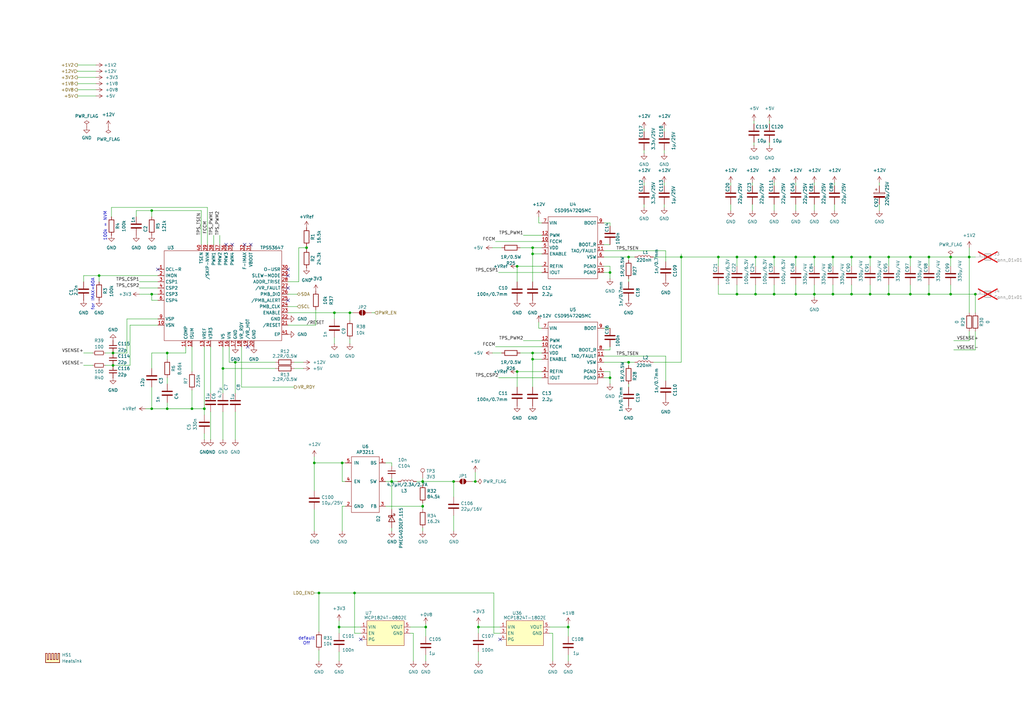
<source format=kicad_sch>
(kicad_sch (version 20250114) (generator "eeschema") (generator_version "9.0")
  (paper "A3")
  (title_block (title "BM1366 bitaxe") (date "2023-10-10") (rev "202"))
  (text "default\nOff" (at 125.73 262.89 0) (effects (font (size 1.27 1.27))))
  (text "for IMAX=60A" (at 38.1 120.65 90) (effects (font (size 1.27 1.27))))
  (text "100k = NVM" (at 43.18 92.71 90) (effects (font (size 1.27 1.27))))
  (junction (at 302.26 105.41))
  (junction (at 173.355 207.645))
  (junction (at 389.89 105.41))
  (junction (at 349.25 120.65))
  (junction (at 257.81 148.59))
  (junction (at 139.065 257.175) (diameter 0.9144))
  (junction (at 364.49 105.41))
  (junction (at 334.01 105.41))
  (junction (at 68.58 144.78))
  (junction (at 397.51 105.41))
  (junction (at 128.905 189.865))
  (junction (at 62.23 120.65))
  (junction (at 233.045 257.175))
  (junction (at 91.44 151.13))
  (junction (at 143.51 128.27))
  (junction (at 62.23 86.36))
  (junction (at 218.44 101.6))
  (junction (at 381 105.41))
  (junction (at 145.415 243.205))
  (junction (at 400.05 120.65))
  (junction (at 326.39 120.65))
  (junction (at 317.5 105.41))
  (junction (at 326.39 105.41))
  (junction (at 309.88 120.65))
  (junction (at 309.88 105.41))
  (junction (at 341.63 105.41))
  (junction (at 125.73 101.6))
  (junction (at 78.74 167.64))
  (junction (at 294.64 105.41))
  (junction (at 173.355 197.485))
  (junction (at 46.355 149.86))
  (junction (at 68.58 167.64))
  (junction (at 140.335 189.865))
  (junction (at 174.625 257.175) (diameter 0.9144))
  (junction (at 250.19 111.76))
  (junction (at 196.215 257.175) (diameter 0.9144))
  (junction (at 279.4 105.41))
  (junction (at 356.87 105.41))
  (junction (at 341.63 120.65))
  (junction (at 302.26 120.65))
  (junction (at 356.87 120.65))
  (junction (at 257.81 105.41))
  (junction (at 186.055 197.485))
  (junction (at 218.44 147.32))
  (junction (at 373.38 120.65))
  (junction (at 83.82 167.64))
  (junction (at 349.25 105.41))
  (junction (at 212.09 109.22))
  (junction (at 381 120.65))
  (junction (at 334.01 120.65))
  (junction (at 62.23 167.64))
  (junction (at 373.38 105.41))
  (junction (at 250.19 154.94))
  (junction (at 46.355 144.78))
  (junction (at 137.16 128.27))
  (junction (at 389.89 120.65))
  (junction (at 130.81 243.205))
  (junction (at 160.655 197.485))
  (junction (at 218.44 144.78))
  (junction (at 194.945 197.485))
  (junction (at 364.49 120.65))
  (junction (at 212.09 152.4))
  (junction (at 218.44 104.14))
  (junction (at 96.52 148.59))
  (junction (at 40.64 113.03))
  (junction (at 317.5 120.65))
  (no_connect (at 64.77 110.49))
  (no_connect (at 118.11 113.03))
  (no_connect (at 118.11 123.19))
  (no_connect (at 101.6 142.24))
  (no_connect (at 92.71 100.33))
  (no_connect (at 118.11 118.11))
  (no_connect (at 205.105 262.255))
  (no_connect (at 100.33 100.33))
  (no_connect (at 118.11 110.49))
  (no_connect (at 95.25 100.33))
  (no_connect (at 102.87 100.33))
  (no_connect (at 147.955 262.255))
  (wire (pts (xy 272.415 83.82) (xy 272.415 85.09)))
  (wire (pts (xy 334.01 105.41) (xy 334.01 109.22)))
  (wire (pts (xy 83.82 142.24) (xy 83.82 167.64)))
  (wire (pts (xy 381 105.41) (xy 389.89 105.41)))
  (wire (pts (xy 233.045 255.905) (xy 233.045 257.175)))
  (wire (pts (xy 39.37 31.75) (xy 31.75 31.75)))
  (wire (pts (xy 364.49 105.41) (xy 364.49 109.22)))
  (wire (pts (xy 315.595 49.53) (xy 315.595 50.8)))
  (wire (pts (xy 389.89 105.41) (xy 389.89 109.22)))
  (wire (pts (xy 267.97 148.59) (xy 279.4 148.59)))
  (wire (pts (xy 145.415 259.715) (xy 147.955 259.715)))
  (wire (pts (xy 334.01 120.65) (xy 334.01 121.92)))
  (wire (pts (xy 247.65 148.59) (xy 257.81 148.59)))
  (wire (pts (xy 391.16 143.51) (xy 400.05 143.51)))
  (wire (pts (xy 225.425 257.175) (xy 233.045 257.175)))
  (wire (pts (xy 233.045 268.605) (xy 233.045 271.145)))
  (wire (pts (xy 186.055 217.805) (xy 186.055 211.455)))
  (wire (pts (xy 308.61 74.93) (xy 308.61 76.2)))
  (wire (pts (xy 212.09 152.4) (xy 212.09 158.75)))
  (wire (pts (xy 309.88 116.84) (xy 309.88 120.65)))
  (wire (pts (xy 381 120.65) (xy 389.89 120.65)))
  (wire (pts (xy 220.98 88.9) (xy 220.98 91.44)))
  (wire (pts (xy 78.74 160.02) (xy 78.74 167.64)))
  (wire (pts (xy 168.275 257.175) (xy 174.625 257.175)))
  (wire (pts (xy 118.11 120.65) (xy 121.92 120.65)))
  (wire (pts (xy 214.63 139.7) (xy 222.25 139.7)))
  (wire (pts (xy 226.695 259.715) (xy 226.695 271.145)))
  (wire (pts (xy 160.655 208.915) (xy 160.655 197.485)))
  (wire (pts (xy 145.415 243.205) (xy 202.565 243.205)))
  (wire (pts (xy 294.64 109.22) (xy 294.64 105.41)))
  (wire (pts (xy 140.335 189.865) (xy 141.605 189.865)))
  (wire (pts (xy 247.65 143.51) (xy 250.19 143.51)))
  (wire (pts (xy 122.555 101.6) (xy 125.73 101.6)))
  (wire (pts (xy 86.36 142.24) (xy 86.36 161.29)))
  (wire (pts (xy 364.49 120.65) (xy 373.38 120.65)))
  (wire (pts (xy 186.055 203.835) (xy 186.055 197.485)))
  (wire (pts (xy 250.19 157.48) (xy 250.19 154.94)))
  (wire (pts (xy 158.115 189.865) (xy 160.655 189.865)))
  (wire (pts (xy 160.655 217.805) (xy 160.655 216.535)))
  (wire (pts (xy 381 105.41) (xy 381 109.22)))
  (wire (pts (xy 34.29 113.03) (xy 34.29 115.57)))
  (wire (pts (xy 341.63 120.65) (xy 349.25 120.65)))
  (wire (pts (xy 160.655 197.485) (xy 160.655 196.215)))
  (wire (pts (xy 139.065 257.175) (xy 147.955 257.175)))
  (wire (pts (xy 272.415 52.705) (xy 272.415 53.975)))
  (wire (pts (xy 128.905 187.325) (xy 128.905 189.865)))
  (wire (pts (xy 309.245 49.53) (xy 309.245 50.8)))
  (wire (pts (xy 186.055 197.485) (xy 173.355 197.485)))
  (wire (pts (xy 389.89 116.84) (xy 389.89 120.65)))
  (wire (pts (xy 342.265 83.82) (xy 342.265 86.36)))
  (wire (pts (xy 247.65 154.94) (xy 250.19 154.94)))
  (wire (pts (xy 137.16 128.27) (xy 137.16 130.81)))
  (wire (pts (xy 326.39 116.84) (xy 326.39 120.65)))
  (wire (pts (xy 173.355 207.645) (xy 173.355 206.375)))
  (wire (pts (xy 334.01 120.65) (xy 341.63 120.65)))
  (wire (pts (xy 45.72 88.9) (xy 45.72 85.09)))
  (wire (pts (xy 39.37 29.21) (xy 31.75 29.21)))
  (wire (pts (xy 356.87 105.41) (xy 364.49 105.41)))
  (wire (pts (xy 218.44 144.78) (xy 222.25 144.78)))
  (wire (pts (xy 91.44 151.13) (xy 113.03 151.13)))
  (wire (pts (xy 76.2 142.24) (xy 76.2 144.78)))
  (wire (pts (xy 373.38 116.84) (xy 373.38 120.65)))
  (wire (pts (xy 302.26 105.41) (xy 302.26 109.22)))
  (wire (pts (xy 125.73 101.6) (xy 125.73 102.235)))
  (wire (pts (xy 90.17 96.52) (xy 90.17 100.33)))
  (wire (pts (xy 356.87 116.84) (xy 356.87 120.65)))
  (wire (pts (xy 118.11 125.73) (xy 121.92 125.73)))
  (wire (pts (xy 389.89 105.41) (xy 397.51 105.41)))
  (wire (pts (xy 68.58 144.78) (xy 62.23 144.78)))
  (wire (pts (xy 220.98 91.44) (xy 222.25 91.44)))
  (wire (pts (xy 349.25 105.41) (xy 356.87 105.41)))
  (wire (pts (xy 364.49 116.84) (xy 364.49 120.65)))
  (wire (pts (xy 128.905 217.805) (xy 128.905 208.915)))
  (wire (pts (xy 397.51 105.41) (xy 397.51 101.6)))
  (wire (pts (xy 64.77 130.81) (xy 52.07 130.81)))
  (wire (pts (xy 381 116.84) (xy 381 120.65)))
  (wire (pts (xy 201.93 144.78) (xy 205.74 144.78)))
  (wire (pts (xy 43.18 144.78) (xy 46.355 144.78)))
  (wire (pts (xy 83.82 177.8) (xy 83.82 180.34)))
  (wire (pts (xy 264.16 83.82) (xy 264.16 85.09)))
  (wire (pts (xy 46.355 144.78) (xy 52.07 144.78)))
  (wire (pts (xy 315.595 58.42) (xy 315.595 59.69)))
  (wire (pts (xy 68.58 144.78) (xy 68.58 147.32)))
  (wire (pts (xy 226.695 259.715) (xy 225.425 259.715)))
  (wire (pts (xy 317.5 83.82) (xy 317.5 86.36)))
  (wire (pts (xy 83.82 167.64) (xy 78.74 167.64)))
  (wire (pts (xy 173.355 197.485) (xy 170.815 197.485)))
  (wire (pts (xy 250.19 114.3) (xy 250.19 111.76)))
  (wire (pts (xy 160.655 197.485) (xy 163.195 197.485)))
  (wire (pts (xy 342.265 74.93) (xy 342.265 76.2)))
  (wire (pts (xy 173.355 217.805) (xy 173.355 216.535)))
  (wire (pts (xy 317.5 109.22) (xy 317.5 105.41)))
  (wire (pts (xy 220.98 134.62) (xy 222.25 134.62)))
  (wire (pts (xy 143.51 128.27) (xy 143.51 131.445)))
  (wire (pts (xy 317.5 116.84) (xy 317.5 120.65)))
  (wire (pts (xy 334.01 116.84) (xy 334.01 120.65)))
  (wire (pts (xy 93.98 148.59) (xy 96.52 148.59)))
  (wire (pts (xy 308.61 83.82) (xy 308.61 86.36)))
  (wire (pts (xy 87.63 96.52) (xy 87.63 100.33)))
  (wire (pts (xy 326.39 105.41) (xy 334.01 105.41)))
  (wire (pts (xy 99.06 142.24) (xy 99.06 158.75)))
  (wire (pts (xy 140.335 197.485) (xy 141.605 197.485)))
  (wire (pts (xy 91.44 142.24) (xy 91.44 151.13)))
  (wire (pts (xy 158.115 197.485) (xy 160.655 197.485)))
  (wire (pts (xy 122.555 115.57) (xy 122.555 101.6)))
  (wire (pts (xy 173.355 198.755) (xy 173.355 197.485)))
  (wire (pts (xy 250.19 152.4) (xy 247.65 152.4)))
  (wire (pts (xy 257.81 148.59) (xy 260.35 148.59)))
  (wire (pts (xy 83.82 167.64) (xy 83.82 170.18)))
  (wire (pts (xy 299.72 83.82) (xy 299.72 86.36)))
  (wire (pts (xy 137.16 128.27) (xy 143.51 128.27)))
  (wire (pts (xy 364.49 105.41) (xy 373.38 105.41)))
  (wire (pts (xy 57.15 115.57) (xy 64.77 115.57)))
  (wire (pts (xy 267.97 105.41) (xy 279.4 105.41)))
  (wire (pts (xy 317.5 105.41) (xy 326.39 105.41)))
  (wire (pts (xy 174.625 268.605) (xy 174.625 271.145)))
  (wire (pts (xy 309.88 105.41) (xy 309.88 109.22)))
  (wire (pts (xy 140.335 207.645) (xy 141.605 207.645)))
  (wire (pts (xy 86.36 180.34) (xy 86.36 168.91)))
  (wire (pts (xy 272.415 61.595) (xy 272.415 62.865)))
  (wire (pts (xy 76.2 144.78) (xy 68.58 144.78)))
  (wire (pts (xy 57.15 120.65) (xy 62.23 120.65)))
  (wire (pts (xy 137.16 138.43) (xy 137.16 140.97)))
  (wire (pts (xy 118.11 133.35) (xy 129.54 133.35)))
  (wire (pts (xy 247.65 134.62) (xy 250.19 134.62)))
  (wire (pts (xy 118.11 128.27) (xy 137.16 128.27)))
  (wire (pts (xy 85.09 85.09) (xy 85.09 100.33)))
  (wire (pts (xy 68.58 167.64) (xy 62.23 167.64)))
  (wire (pts (xy 279.4 104.14) (xy 279.4 105.41)))
  (wire (pts (xy 218.44 147.32) (xy 218.44 144.78)))
  (wire (pts (xy 247.65 102.87) (xy 273.05 102.87)))
  (wire (pts (xy 128.905 189.865) (xy 140.335 189.865)))
  (wire (pts (xy 68.58 165.1) (xy 68.58 167.64)))
  (wire (pts (xy 62.23 167.64) (xy 62.23 158.75)))
  (wire (pts (xy 213.36 144.78) (xy 218.44 144.78)))
  (wire (pts (xy 64.77 113.03) (xy 40.64 113.03)))
  (wire (pts (xy 233.045 257.175) (xy 233.045 260.985)))
  (wire (pts (xy 40.64 113.03) (xy 34.29 113.03)))
  (wire (pts (xy 213.36 101.6) (xy 218.44 101.6)))
  (wire (pts (xy 373.38 105.41) (xy 381 105.41)))
  (wire (pts (xy 373.38 105.41) (xy 373.38 109.22)))
  (wire (pts (xy 272.415 74.93) (xy 272.415 76.2)))
  (wire (pts (xy 349.25 120.65) (xy 349.25 116.84)))
  (wire (pts (xy 196.215 255.905) (xy 196.215 257.175)))
  (wire (pts (xy 264.16 74.93) (xy 264.16 76.2)))
  (wire (pts (xy 334.01 83.82) (xy 334.01 86.36)))
  (wire (pts (xy 247.65 91.44) (xy 250.19 91.44)))
  (wire (pts (xy 68.58 154.94) (xy 68.58 157.48)))
  (wire (pts (xy 250.19 111.76) (xy 250.19 109.22)))
  (wire (pts (xy 250.19 91.44) (xy 250.19 92.71)))
  (wire (pts (xy 173.355 196.215) (xy 173.355 197.485)))
  (wire (pts (xy 46.355 149.86) (xy 53.34 149.86)))
  (wire (pts (xy 349.25 120.65) (xy 356.87 120.65)))
  (wire (pts (xy 400.05 135.89) (xy 400.05 143.51)))
  (wire (pts (xy 317.5 74.93) (xy 317.5 76.2)))
  (wire (pts (xy 397.51 105.41) (xy 397.51 128.27)))
  (wire (pts (xy 294.64 120.65) (xy 302.26 120.65)))
  (wire (pts (xy 82.55 86.36) (xy 62.23 86.36)))
  (wire (pts (xy 218.44 158.75) (xy 218.44 147.32)))
  (wire (pts (xy 118.11 115.57) (xy 122.555 115.57)))
  (wire (pts (xy 356.87 120.65) (xy 364.49 120.65)))
  (wire (pts (xy 120.65 151.13) (xy 124.46 151.13)))
  (wire (pts (xy 158.115 207.645) (xy 173.355 207.645)))
  (wire (pts (xy 218.44 147.32) (xy 222.25 147.32)))
  (wire (pts (xy 317.5 120.65) (xy 326.39 120.65)))
  (wire (pts (xy 250.19 109.22) (xy 247.65 109.22)))
  (wire (pts (xy 341.63 105.41) (xy 341.63 109.22)))
  (wire (pts (xy 62.23 144.78) (xy 62.23 151.13)))
  (wire (pts (xy 247.65 105.41) (xy 257.81 105.41)))
  (wire (pts (xy 326.39 83.82) (xy 326.39 86.36)))
  (wire (pts (xy 309.245 58.42) (xy 309.245 59.69)))
  (wire (pts (xy 194.945 193.675) (xy 194.945 197.485)))
  (wire (pts (xy 360.68 74.93) (xy 360.68 76.2)))
  (wire (pts (xy 264.16 61.595) (xy 264.16 62.865)))
  (wire (pts (xy 55.88 86.36) (xy 55.88 88.9)))
  (wire (pts (xy 389.89 120.65) (xy 400.05 120.65)))
  (wire (pts (xy 140.335 189.865) (xy 140.335 197.485)))
  (wire (pts (xy 257.81 105.41) (xy 260.35 105.41)))
  (wire (pts (xy 143.51 139.065) (xy 143.51 140.97)))
  (wire (pts (xy 34.29 144.78) (xy 38.1 144.78)))
  (wire (pts (xy 279.4 105.41) (xy 294.64 105.41)))
  (wire (pts (xy 218.44 115.57) (xy 218.44 104.14)))
  (wire (pts (xy 128.905 201.295) (xy 128.905 189.865)))
  (wire (pts (xy 341.63 105.41) (xy 349.25 105.41)))
  (wire (pts (xy 39.37 26.67) (xy 31.75 26.67)))
  (wire (pts (xy 139.065 257.175) (xy 139.065 259.715)))
  (wire (pts (xy 93.98 142.24) (xy 93.98 148.59)))
  (wire (pts (xy 222.25 152.4) (xy 212.09 152.4)))
  (wire (pts (xy 53.34 133.35) (xy 53.34 149.86)))
  (wire (pts (xy 212.09 109.22) (xy 212.09 115.57)))
  (wire (pts (xy 130.81 243.205) (xy 145.415 243.205)))
  (wire (pts (xy 250.19 143.51) (xy 250.19 142.24)))
  (wire (pts (xy 204.47 111.76) (xy 222.25 111.76)))
  (wire (pts (xy 174.625 257.175) (xy 174.625 260.985)))
  (wire (pts (xy 273.05 102.87) (xy 273.05 107.315)))
  (wire (pts (xy 64.77 120.65) (xy 62.23 120.65)))
  (wire (pts (xy 204.47 154.94) (xy 222.25 154.94)))
  (wire (pts (xy 222.25 142.24) (xy 203.2 142.24)))
  (wire (pts (xy 302.26 120.65) (xy 309.88 120.65)))
  (wire (pts (xy 57.15 118.11) (xy 64.77 118.11)))
  (wire (pts (xy 341.63 116.84) (xy 341.63 120.65)))
  (wire (pts (xy 139.065 267.335) (xy 139.065 271.145)))
  (wire (pts (xy 196.215 267.335) (xy 196.215 271.145)))
  (wire (pts (xy 273.05 146.05) (xy 273.05 156.21)))
  (wire (pts (xy 247.65 146.05) (xy 273.05 146.05)))
  (wire (pts (xy 152.4 128.27) (xy 153.67 128.27)))
  (wire (pts (xy 326.39 74.93) (xy 326.39 76.2)))
  (wire (pts (xy 143.51 128.27) (xy 144.78 128.27)))
  (wire (pts (xy 96.52 168.91) (xy 96.52 180.34)))
  (wire (pts (xy 218.44 101.6) (xy 222.25 101.6)))
  (wire (pts (xy 218.44 104.14) (xy 218.44 101.6)))
  (wire (pts (xy 145.415 243.205) (xy 145.415 259.715)))
  (wire (pts (xy 62.23 120.65) (xy 62.23 123.19)))
  (wire (pts (xy 257.81 157.48) (xy 257.81 158.75)))
  (wire (pts (xy 78.74 167.64) (xy 68.58 167.64)))
  (wire (pts (xy 59.69 167.64) (xy 62.23 167.64)))
  (wire (pts (xy 99.06 158.75) (xy 120.65 158.75)))
  (wire (pts (xy 373.38 120.65) (xy 381 120.65)))
  (wire (pts (xy 334.01 74.93) (xy 334.01 76.2)))
  (wire (pts (xy 62.23 86.36) (xy 62.23 88.9)))
  (wire (pts (xy 120.65 148.59) (xy 124.46 148.59)))
  (wire (pts (xy 309.88 120.65) (xy 317.5 120.65)))
  (wire (pts (xy 169.545 259.715) (xy 169.545 271.145)))
  (wire (pts (xy 279.4 105.41) (xy 279.4 148.59)))
  (wire (pts (xy 326.39 105.41) (xy 326.39 109.22)))
  (wire (pts (xy 214.63 96.52) (xy 222.25 96.52)))
  (wire (pts (xy 43.18 149.86) (xy 46.355 149.86)))
  (wire (pts (xy 349.25 105.41) (xy 349.25 109.22)))
  (wire (pts (xy 140.335 217.805) (xy 140.335 207.645)))
  (wire (pts (xy 218.44 104.14) (xy 222.25 104.14)))
  (wire (pts (xy 45.72 85.09) (xy 85.09 85.09)))
  (wire (pts (xy 39.37 34.29) (xy 31.75 34.29)))
  (wire (pts (xy 264.16 52.705) (xy 264.16 53.975)))
  (wire (pts (xy 129.54 127) (xy 129.54 133.35)))
  (wire (pts (xy 130.81 243.205) (xy 130.81 259.08)))
  (wire (pts (xy 160.655 189.865) (xy 160.655 191.135)))
  (wire (pts (xy 196.215 257.175) (xy 196.215 259.715)))
  (wire (pts (xy 397.51 105.41) (xy 400.05 105.41)))
  (wire (pts (xy 174.625 255.905) (xy 174.625 257.175)))
  (wire (pts (xy 250.19 154.94) (xy 250.19 152.4)))
  (wire (pts (xy 257.81 148.59) (xy 257.81 149.86)))
  (wire (pts (xy 62.23 86.36) (xy 55.88 86.36)))
  (wire (pts (xy 202.565 243.205) (xy 202.565 259.715)))
  (wire (pts (xy 34.29 149.86) (xy 38.1 149.86)))
  (wire (pts (xy 299.72 74.93) (xy 299.72 76.2)))
  (wire (pts (xy 52.07 144.78) (xy 52.07 130.81)))
  (wire (pts (xy 302.26 105.41) (xy 309.88 105.41)))
  (wire (pts (xy 31.75 39.37) (xy 39.37 39.37)))
  (wire (pts (xy 247.65 100.33) (xy 250.19 100.33)))
  (wire (pts (xy 194.945 197.485) (xy 193.675 197.485)))
  (wire (pts (xy 334.01 105.41) (xy 341.63 105.41)))
  (wire (pts (xy 220.98 132.08) (xy 220.98 134.62)))
  (wire (pts (xy 62.23 123.19) (xy 64.77 123.19)))
  (wire (pts (xy 173.355 208.915) (xy 173.355 207.645)))
  (wire (pts (xy 257.81 105.41) (xy 257.81 106.68)))
  (wire (pts (xy 139.065 254.635) (xy 139.065 257.175)))
  (wire (pts (xy 294.64 116.84) (xy 294.64 120.65)))
  (wire (pts (xy 360.68 83.82) (xy 360.68 86.36)))
  (wire (pts (xy 130.81 266.7) (xy 130.81 271.145)))
  (wire (pts (xy 82.55 86.36) (xy 82.55 100.33)))
  (wire (pts (xy 169.545 259.715) (xy 168.275 259.715)))
  (wire (pts (xy 91.44 151.13) (xy 91.44 161.29)))
  (wire (pts (xy 294.64 105.41) (xy 302.26 105.41)))
  (wire (pts (xy 205.105 259.715) (xy 202.565 259.715)))
  (wire (pts (xy 247.65 111.76) (xy 250.19 111.76)))
  (wire (pts (xy 39.37 36.83) (xy 31.75 36.83)))
  (wire (pts (xy 397.51 135.89) (xy 397.51 139.7)))
  (wire (pts (xy 391.16 139.7) (xy 397.51 139.7)))
  (wire (pts (xy 96.52 148.59) (xy 113.03 148.59)))
  (wire (pts (xy 222.25 99.06) (xy 203.2 99.06)))
  (wire (pts (xy 96.52 148.59) (xy 96.52 161.29)))
  (wire (pts (xy 78.74 142.24) (xy 78.74 152.4)))
  (wire (pts (xy 302.26 116.84) (xy 302.26 120.65)))
  (wire (pts (xy 201.93 101.6) (xy 205.74 101.6)))
  (wire (pts (xy 326.39 120.65) (xy 334.01 120.65)))
  (wire (pts (xy 64.77 133.35) (xy 53.34 133.35)))
  (wire (pts (xy 196.215 257.175) (xy 205.105 257.175)))
  (wire (pts (xy 128.905 243.205) (xy 130.81 243.205)))
  (wire (pts (xy 125.73 101.6) (xy 125.73 100.965)))
  (wire (pts (xy 309.88 105.41) (xy 317.5 105.41)))
  (wire (pts (xy 400.05 120.65) (xy 400.05 128.27)))
  (wire (pts (xy 257.81 114.3) (xy 257.81 115.57)))
  (wire (pts (xy 91.44 168.91) (xy 91.44 180.34)))
  (wire (pts (xy 222.25 109.22) (xy 212.09 109.22)))
  (wire (pts (xy 40.64 113.03) (xy 40.64 115.57)))
  (wire (pts (xy 356.87 105.41) (xy 356.87 109.22)))
  (label "TPS_PWM1" (at 87.63 96.52 90))
  (label "TPS_CSP1" (at 57.15 115.57 180))
  (label "FCCM" (at 203.2 142.24 180))
  (label "{slash}RESET" (at 125.73 133.35 0))
  (label "TPS_TSEN" (at 82.55 96.52 90))
  (label "TPS_TSEN" (at 252.73 102.87 0))
  (label "TPS_PWM1" (at 214.63 96.52 180))
  (label "FCCM" (at 203.2 99.06 180))
  (label "TPS_PWM2" (at 214.63 139.7 180))
  (label "TPS_CSP2" (at 57.15 118.11 180))
  (label "TPS_PWM2" (at 90.17 96.52 90))
  (label "VSENSE+" (at 34.29 144.78 180))
  (label "VSENSE-" (at 392.43 143.51 0))
  (label "VSENSE-" (at 34.29 149.86 180))
  (label "TPS_CSP2" (at 204.47 154.94 180))
  (label "TPS_CSP1" (at 204.47 111.76 180))
  (label "VSENSE+" (at 392.43 139.7 0))
  (label "TPS_TSEN" (at 252.73 146.05 0))
  (label "FCCM" (at 85.09 95.885 90))
  (hierarchical_label "VR_RDY" (shape output) (at 120.65 158.75 0))
  (hierarchical_label "+1V2" (shape output) (at 31.75 26.67 180))
  (hierarchical_label "+12V" (shape input) (at 31.75 29.21 180))
  (hierarchical_label "SCL" (shape input) (at 121.92 125.73 0))
  (hierarchical_label "SDA" (shape bidirectional) (at 121.92 120.65 0))
  (hierarchical_label "+1V8" (shape output) (at 31.75 34.29 180))
  (hierarchical_label "+3V3" (shape output) (at 31.75 31.75 180))
  (hierarchical_label "+5V" (shape output) (at 31.75 39.37 180))
  (hierarchical_label "+0V8" (shape output) (at 31.75 36.83 180))
  (hierarchical_label "PWR_EN" (shape input) (at 153.67 128.27 0))
  (hierarchical_label "LDO_EN" (shape input) (at 128.905 243.205 180))
  (symbol (lib_id "power:GND") (at 299.72 86.36 0) (unit 1)
    (property "Reference" "#PWR0145" (effects (hide yes)))
    (property "Value" "GND" (at 299.72 90.932 0))
  )
  (symbol (lib_id "power:GND") (at 342.265 86.36 0) (unit 1)
    (property "Reference" "#PWR0160" (effects (hide yes)))
    (property "Value" "GND" (at 342.265 90.932 0))
  )
  (symbol (lib_name "GND_2") (lib_id "power:GND") (at 212.09 123.19 0) (unit 1)
    (property "Reference" "#PWR044" (effects (hide yes)))
    (property "Value" "GND" (at 212.09 128.27 0))
    (property "Description" "Power symbol creates a global label with name \"GND\" , ground" (effects (hide yes)))
  )
  (symbol (lib_id "power:GND") (at 233.045 271.145 0) (mirror y) (unit 1)
    (property "Reference" "#PWR0199" (effects (hide yes)))
    (property "Value" "GND" (at 233.045 275.59 0))
  )
  (symbol (lib_name "+5V_1") (lib_id "power:+5V") (at 201.93 101.6 90) (unit 1)
    (property "Reference" "#PWR041" (effects (hide yes)))
    (property "Value" "+5V" (at 198.12 101.5999 90) (effects (justify left)))
    (property "Description" "Power symbol creates a global label with name \"+5V\"" (effects (hide yes)))
  )
  (symbol (lib_id "pferdibank-rescue:AP3211-mylib") (at 150.495 197.485 0) (unit 1)
    (property "Reference" "U6" (at 149.86 183.134 0))
    (property "Value" "AP3211" (at 149.86 185.4454 0))
    (property "Footprint" "Package_TO_SOT_SMD:SOT-23-6" (effects (hide yes)))
    (property "Distributor" "D" (effects (hide yes)))
    (property "Manufacturer" "AP3211KTR-G1" (effects (hide yes)))
    (property "OrderNr" "AP3211KTR-G1DICT-ND" (effects (hide yes)))
  )
  (symbol (lib_id "Device:C") (at 334.01 80.01 0) (unit 1)
    (property "Reference" "C81" (at 332.74 78.74 90) (effects (justify left)))
    (property "Value" "22µ/25V" (at 337.82 83.82 90) (effects (justify left)))
    (property "Footprint" "Capacitor_SMD:C_1210_3225Metric" (effects (hide yes)))
    (property "Distributor" "D" (effects (hide yes)))
    (property "Manufacturer" "C1210C226K3PAC7800" (effects (hide yes)))
    (property "OrderNr" "399-C1210C226K3PAC7800CT-ND" (effects (hide yes)))
  )
  (symbol (lib_id "Device:C") (at 381 113.03 0) (unit 1)
    (property "Reference" "C98" (at 379.73 111.76 90) (effects (justify left)))
    (property "Value" "330µ/4V" (at 384.81 115.57 90) (effects (justify left)))
    (property "Footprint" "Capacitor_SMD:C_1210_3225Metric" (effects (hide yes)))
    (property "Distributor" "D" (effects (hide yes)))
    (property "Manufacturer" "GRM32ER60G337ME05K" (effects (hide yes)))
    (property "OrderNr" "490-GRM32ER60G337ME05KCT-ND" (effects (hide yes)))
  )
  (symbol (lib_id "power:GND") (at 169.545 271.145 0) (mirror y) (unit 1)
    (property "Reference" "#PWR0181" (effects (hide yes)))
    (property "Value" "GND" (at 169.545 275.59 0))
  )
  (symbol (lib_id "power:+12V") (at 342.265 74.93 0) (unit 1)
    (property "Reference" "#PWR0159" (effects (hide yes)))
    (property "Value" "+12V" (at 342.265 69.85 0))
  )
  (symbol (lib_id "power:+12V") (at 360.68 74.93 0) (unit 1)
    (property "Reference" "#PWR0161" (effects (hide yes)))
    (property "Value" "+12V" (at 360.68 69.85 0))
  )
  (symbol (lib_id "Device:C") (at 341.63 113.03 0) (unit 1)
    (property "Reference" "C86" (at 340.36 111.76 90) (effects (justify left)))
    (property "Value" "330µ/4V" (at 345.44 116.84 90) (effects (justify left)))
    (property "Footprint" "Capacitor_SMD:C_1210_3225Metric" (effects (hide yes)))
    (property "Distributor" "D" (effects (hide yes)))
    (property "Manufacturer" "GRM32ER60G337ME05K" (effects (hide yes)))
    (property "OrderNr" "490-GRM32ER60G337ME05KCT-ND" (effects (hide yes)))
  )
  (symbol (lib_id "Device:C") (at 55.88 92.71 0) (mirror y) (unit 1)
    (property "Reference" "C2" (at 59.69 95.25 90) (effects (justify left)))
    (property "Value" "1n" (at 54.61 91.44 90) (effects (justify left)))
    (property "Footprint" "Capacitor_SMD:C_0805_2012Metric" (effects (hide yes)))
  )
  (symbol (lib_id "power:+12V") (at 264.16 52.705 0) (unit 1)
    (property "Reference" "#PWR0228" (effects (hide yes)))
    (property "Value" "+12V" (at 264.16 47.625 0))
  )
  (symbol (lib_name "GND_7") (lib_id "power:GND") (at 309.245 59.69 0) (unit 1)
    (property "Reference" "#PWR029" (effects (hide yes)))
    (property "Value" "GND" (at 309.245 64.77 0))
  )
  (symbol (lib_id "Device:C") (at 174.625 264.795 0) (unit 1)
    (property "Reference" "C105" (at 175.895 262.89 0) (effects (justify left bottom)))
    (property "Value" "1µ" (at 175.895 268.605 0) (effects (justify left bottom)))
    (property "Footprint" "Capacitor_SMD:C_0805_2012Metric" (effects (hide yes)))
  )
  (symbol (lib_name "GND_5") (lib_id "power:GND") (at 91.44 180.34 0) (unit 1)
    (property "Reference" "#PWR024" (effects (hide yes)))
    (property "Value" "GND" (at 91.44 185.42 0))
    (property "Description" "Power symbol creates a global label with name \"GND\" , ground" (effects (hide yes)))
  )
  (symbol (lib_id "Device:C") (at 62.23 154.94 0) (mirror y) (unit 1)
    (property "Reference" "C3" (at 66.04 157.48 90) (effects (justify left)))
    (property "Value" "12p" (at 58.42 158.75 90) (effects (justify left)))
    (property "Footprint" "Capacitor_SMD:C_0603_1608Metric" (effects (hide yes)))
  )
  (symbol (lib_name "+3V3_1") (lib_id "power:+3V3") (at 129.54 119.38 0) (unit 1)
    (property "Reference" "#PWR02" (effects (hide yes)))
    (property "Value" "+3V3" (at 129.54 114.3 0))
    (property "Description" "Power symbol creates a global label with name \"+3V3\"" (effects (hide yes)))
  )
  (symbol (lib_id "mylib7:+VRef") (at 212.09 152.4 90) (unit 1)
    (property "Reference" "#PWR045" (effects (hide yes)))
    (property "Value" "+VRef" (at 208.28 152.3999 90) (effects (justify left)))
    (property "Description" "Power symbol creates a global label with name \"+3.3V\"" (effects (hide yes)))
  )
  (symbol (lib_id "power:+3V3") (at 196.215 255.905 0) (unit 1)
    (property "Reference" "#PWR0193" (effects (hide yes)))
    (property "Value" "+3V3" (at 196.215 250.825 0))
  )
  (symbol (lib_name "GND_7") (lib_id "power:GND") (at 315.595 59.69 0) (unit 1)
    (property "Reference" "#PWR036" (effects (hide yes)))
    (property "Value" "GND" (at 315.595 64.77 0))
  )
  (symbol (lib_id "Device:C") (at 294.64 113.03 0) (unit 1)
    (property "Reference" "C21" (at 293.37 111.76 90) (effects (justify left)))
    (property "Value" "100µ/6.3V" (at 298.45 116.84 90) (effects (justify left)))
    (property "Footprint" "Capacitor_SMD:C_1210_3225Metric" (effects (hide yes)))
    (property "Distributor" "D" (effects (hide yes)))
    (property "Manufacturer" "C1210C107M8PAC7800" (effects (hide yes)))
    (property "OrderNr" "399-C1210C107M8PAC7800CT-ND" (effects (hide yes)))
  )
  (symbol (lib_id "power:+12V") (at 326.39 74.93 0) (unit 1)
    (property "Reference" "#PWR0148" (effects (hide yes)))
    (property "Value" "+12V" (at 326.39 69.85 0))
  )
  (symbol (lib_id "mylib7:TPS53647") (at 91.44 121.92 0) (unit 1)
    (property "Reference" "U3" (at 68.58 101.6 0) (effects (justify left)))
    (property "Value" "TPS53647" (at 106.68 101.6 0) (effects (justify left)))
    (property "Footprint" "Package_DFN_QFN:Texas_RHA0040B_VQFN-40-1EP_6x6mm_P0.5mm_EP4.15x4.15mm_ThermalVias" (effects (hide yes)))
    (property "Distributor" "D" (effects (hide yes)))
    (property "Manufacturer" "TPS53647RTAR" (effects (hide yes)))
    (property "OrderNr" "296-51986-1-ND" (effects (hide yes)))
  )
  (symbol (lib_name "GND_2") (lib_id "power:GND") (at 273.05 163.83 0) (unit 1)
    (property "Reference" "#PWR0218" (effects (hide yes)))
    (property "Value" "GND" (at 273.05 168.91 0))
    (property "Description" "Power symbol creates a global label with name \"GND\" , ground" (effects (hide yes)))
  )
  (symbol (lib_id "power:+3V3") (at 39.37 31.75 270) (mirror x) (unit 1)
    (property "Reference" "#PWR016" (effects (hide yes)))
    (property "Value" "+3V3" (at 43.18 31.75 90) (effects (justify left)))
  )
  (symbol (lib_id "power:GND") (at 326.39 86.36 0) (unit 1)
    (property "Reference" "#PWR0153" (effects (hide yes)))
    (property "Value" "GND" (at 326.39 90.932 0))
  )
  (symbol (lib_id "Device:C") (at 212.09 119.38 0) (mirror y) (unit 1)
    (property "Reference" "C10" (at 208.28 118.1099 0) (effects (justify left)))
    (property "Value" "100n/0.7mm" (at 208.28 120.6499 0) (effects (justify left)))
    (property "Footprint" "Capacitor_SMD:C_0805_2012Metric" (effects (hide yes)))
    (property "Description" "Unpolarized capacitor" (effects (hide yes)))
    (property "Distributor" "D" (effects (hide yes)))
    (property "Manufacturer" "AC0805KRX7R9BB104" (effects (hide yes)))
    (property "OrderNr" "311-3037-1-ND" (effects (hide yes)))
  )
  (symbol (lib_name "+12V_1") (lib_id "power:+12V") (at 220.98 88.9 0) (unit 1)
    (property "Reference" "#PWR049" (effects (hide yes)))
    (property "Value" "+12V" (at 220.98 83.82 0))
    (property "Description" "Power symbol creates a global label with name \"+12V\"" (effects (hide yes)))
  )
  (symbol (lib_id "power:+1V2") (at 397.51 101.6 0) (unit 1)
    (property "Reference" "#PWR0166" (effects (hide yes)))
    (property "Value" "+1V2" (at 397.51 96.52 0))
  )
  (symbol (lib_id "Device:C") (at 250.19 138.43 0) (unit 1)
    (property "Reference" "C16" (at 248.92 137.16 90) (effects (justify left)))
    (property "Value" "100n" (at 253.365 142.24 90) (effects (justify left)))
    (property "Footprint" "Capacitor_SMD:C_0805_2012Metric" (effects (hide yes)))
  )
  (symbol (lib_id "Device:C") (at 326.39 113.03 0) (unit 1)
    (property "Reference" "C48" (at 325.12 111.76 90) (effects (justify left)))
    (property "Value" "330µ/4V" (at 330.2 116.84 90) (effects (justify left)))
    (property "Footprint" "Capacitor_SMD:C_1210_3225Metric" (effects (hide yes)))
    (property "Distributor" "D" (effects (hide yes)))
    (property "Manufacturer" "GRM32ER60G337ME05K" (effects (hide yes)))
    (property "OrderNr" "490-GRM32ER60G337ME05KCT-ND" (effects (hide yes)))
  )
  (symbol (lib_id "Device:C") (at 218.44 119.38 0) (unit 1)
    (property "Reference" "C12" (at 222.25 118.1099 0) (effects (justify left)))
    (property "Value" "2.2µ" (at 222.25 120.6499 0) (effects (justify left)))
    (property "Footprint" "Capacitor_SMD:C_0805_2012Metric" (effects (hide yes)))
    (property "Description" "Unpolarized capacitor" (effects (hide yes)))
  )
  (symbol (lib_id "Device:C") (at 317.5 80.01 0) (unit 1)
    (property "Reference" "C111" (at 316.23 78.74 90) (effects (justify left)))
    (property "Value" "22µ/25V" (at 321.31 83.82 90) (effects (justify left)))
    (property "Footprint" "Capacitor_SMD:C_1210_3225Metric" (effects (hide yes)))
    (property "Distributor" "D" (effects (hide yes)))
    (property "Manufacturer" "C1210C226K3PAC7800" (effects (hide yes)))
    (property "OrderNr" "399-C1210C226K3PAC7800CT-ND" (effects (hide yes)))
  )
  (symbol (lib_id "Device:R") (at 45.72 92.71 180) (unit 1)
    (property "Reference" "R4" (at 48.26 92.71 90))
    (property "Value" "100k" (at 50.8 92.71 90))
    (property "Footprint" "Resistor_SMD:R_0805_2012Metric" (effects (hide yes)))
    (property "Description" "Resistor" (effects (hide yes)))
  )
  (symbol (lib_id "mylib7:+VRef") (at 125.73 93.345 0) (unit 1)
    (property "Reference" "#PWR023" (effects (hide yes)))
    (property "Value" "+VRef" (at 125.73 88.9 0))
    (property "Description" "Power symbol creates a global label with name \"+3.3V\"" (effects (hide yes)))
  )
  (symbol (lib_name "GND_9") (lib_id "power:GND") (at 46.355 154.94 0) (unit 1)
    (property "Reference" "#PWR0221" (effects (hide yes)))
    (property "Value" "GND" (at 46.355 160.02 0))
    (property "Description" "Power symbol creates a global label with name \"GND\" , ground" (effects (hide yes)))
  )
  (symbol (lib_id "Device:C") (at 186.055 207.645 0) (unit 1)
    (property "Reference" "C106" (at 188.976 206.4766 0) (effects (justify left)))
    (property "Value" "22µ/16V" (at 188.976 208.788 0) (effects (justify left)))
    (property "Footprint" "Capacitor_SMD:C_1206_3216Metric" (effects (hide yes)))
  )
  (symbol (lib_name "+5V_1") (lib_id "power:+5V") (at 201.93 144.78 90) (unit 1)
    (property "Reference" "#PWR042" (effects (hide yes)))
    (property "Value" "+5V" (at 198.12 144.7799 90) (effects (justify left)))
    (property "Description" "Power symbol creates a global label with name \"+5V\"" (effects (hide yes)))
  )
  (symbol (lib_id "Device:R") (at 68.58 151.13 180) (unit 1)
    (property "Reference" "R6" (at 71.12 151.13 90))
    (property "Value" "8.06k" (at 73.66 151.13 90))
    (property "Footprint" "Resistor_SMD:R_0805_2012Metric" (effects (hide yes)))
    (property "Description" "Resistor" (effects (hide yes)))
  )
  (symbol (lib_id "Device:C") (at 212.09 162.56 0) (mirror y) (unit 1)
    (property "Reference" "C11" (at 208.28 161.2899 0) (effects (justify left)))
    (property "Value" "100n/0.7mm" (at 208.28 163.8299 0) (effects (justify left)))
    (property "Footprint" "Capacitor_SMD:C_0805_2012Metric" (effects (hide yes)))
    (property "Description" "Unpolarized capacitor" (effects (hide yes)))
    (property "Distributor" "D" (effects (hide yes)))
    (property "Manufacturer" "AC0805KRX7R9BB104" (effects (hide yes)))
    (property "OrderNr" "311-3037-1-ND" (effects (hide yes)))
  )
  (symbol (lib_name "+5V_2") (lib_id "power:+5V") (at 124.46 151.13 270) (unit 1)
    (property "Reference" "#PWR033" (effects (hide yes)))
    (property "Value" "+5V" (at 128.27 151.1299 90) (effects (justify left)))
    (property "Description" "Power symbol creates a global label with name \"+5V\"" (effects (hide yes)))
  )
  (symbol (lib_id "power:+12V") (at 264.16 74.93 0) (unit 1)
    (property "Reference" "#PWR0225" (effects (hide yes)))
    (property "Value" "+12V" (at 264.16 69.85 0))
  )
  (symbol (lib_id "power:+12V") (at 272.415 74.93 0) (unit 1)
    (property "Reference" "#PWR0224" (effects (hide yes)))
    (property "Value" "+12V" (at 272.415 69.85 0))
  )
  (symbol (lib_name "GND_2") (lib_id "power:GND") (at 218.44 123.19 0) (unit 1)
    (property "Reference" "#PWR047" (effects (hide yes)))
    (property "Value" "GND" (at 218.44 128.27 0))
    (property "Description" "Power symbol creates a global label with name \"GND\" , ground" (effects (hide yes)))
  )
  (symbol (lib_id "power:GND") (at 264.16 62.865 0) (unit 1)
    (property "Reference" "#PWR0229" (effects (hide yes)))
    (property "Value" "GND" (at 264.16 67.437 0))
  )
  (symbol (lib_id "power:+12V") (at 272.415 52.705 0) (unit 1)
    (property "Reference" "#PWR0230" (effects (hide yes)))
    (property "Value" "+12V" (at 272.415 47.625 0))
  )
  (symbol (lib_id "Device:C_Polarized") (at 360.68 80.01 0) (unit 1)
    (property "Reference" "C92" (at 359.41 85.09 90) (effects (justify left)))
    (property "Value" "220µ/25V" (at 363.855 84.455 90) (effects (justify left)))
    (property "Footprint" "Capacitor_SMD:CP_Elec_8x10" (effects (hide yes)))
    (property "Distributor" "D" (effects (hide yes)))
    (property "Manufacturer" "HHXE250ARA221MHA0G" (effects (hide yes)))
    (property "OrderNr" "565-HHXE250ARA221MHA0GCT-ND" (effects (hide yes)))
  )
  (symbol (lib_id "power:GND") (at 140.335 217.805 0) (unit 1)
    (property "Reference" "#PWR0173" (effects (hide yes)))
    (property "Value" "GND" (at 140.462 222.1992 0))
  )
  (symbol (lib_name "+3V3_2") (lib_id "power:+3V3") (at 57.15 120.65 90) (unit 1)
    (property "Reference" "#PWR05" (effects (hide yes)))
    (property "Value" "+3V3" (at 53.975 120.6499 90) (effects (justify left)))
    (property "Description" "Power symbol creates a global label with name \"+3V3\"" (effects (hide yes)))
  )
  (symbol (lib_id "Device:R") (at 143.51 135.255 0) (unit 1)
    (property "Reference" "R38" (at 146.05 133.985 0) (effects (justify left)))
    (property "Value" "10k" (at 146.05 136.525 0) (effects (justify left)))
    (property "Footprint" "Resistor_SMD:R_0805_2012Metric" (effects (hide yes)))
  )
  (symbol (lib_id "power:+1V8") (at 39.37 34.29 270) (mirror x) (unit 1)
    (property "Reference" "#PWR017" (effects (hide yes)))
    (property "Value" "+1V8" (at 43.18 34.29 90) (effects (justify left)))
  )
  (symbol (lib_id "power:GND") (at 186.055 217.805 0) (unit 1)
    (property "Reference" "#PWR0188" (effects (hide yes)))
    (property "Value" "GND" (at 186.182 222.1992 0))
  )
  (symbol (lib_name "GND_6") (lib_id "power:GND") (at 137.16 140.97 0) (unit 1)
    (property "Reference" "#PWR034" (effects (hide yes)))
    (property "Value" "GND" (at 137.16 146.05 0))
    (property "Description" "Power symbol creates a global label with name \"GND\" , ground" (effects (hide yes)))
  )
  (symbol (lib_name "PWR_FLAG_2") (lib_id "power:PWR_FLAG") (at 194.945 197.485 270) (unit 1)
    (property "Reference" "#FLG02" (effects (hide yes)))
    (property "Value" "PWR_FLAG" (at 198.12 197.4849 90) (effects (justify left)))
    (property "Description" "Special symbol for telling ERC where power comes from" (effects (hide yes)))
  )
  (symbol (lib_id "power:+12V") (at 44.45 52.07 0) (unit 1)
    (property "Reference" "#PWR019" (effects (hide yes)))
    (property "Value" "+12V" (at 44.45 46.99 0))
  )
  (symbol (lib_id "power:GND") (at 139.065 271.145 0) (mirror y) (unit 1)
    (property "Reference" "#PWR0172" (effects (hide yes)))
    (property "Value" "GND" (at 139.065 275.59 0))
  )
  (symbol (lib_id "mylib7:+VRef") (at 59.69 167.64 90) (unit 1)
    (property "Reference" "#PWR010" (effects (hide yes)))
    (property "Value" "+VRef" (at 55.88 167.6399 90) (effects (justify left)))
    (property "Description" "Power symbol creates a global label with name \"+3.3V\"" (effects (hide yes)))
  )
  (symbol (lib_id "Device:C") (at 250.19 96.52 0) (unit 1)
    (property "Reference" "C14" (at 248.92 95.25 90) (effects (justify left)))
    (property "Value" "100n" (at 253.365 100.33 90) (effects (justify left)))
    (property "Footprint" "Capacitor_SMD:C_0805_2012Metric" (effects (hide yes)))
  )
  (symbol (lib_id "Device:R") (at 125.73 97.155 180) (unit 1)
    (property "Reference" "R1" (at 128.27 97.155 90))
    (property "Value" "16.5k" (at 130.81 97.155 90))
    (property "Footprint" "Resistor_SMD:R_0805_2012Metric" (effects (hide yes)))
    (property "Description" "Resistor" (effects (hide yes)))
  )
  (symbol (lib_id "Device:C") (at 364.49 113.03 0) (unit 1)
    (property "Reference" "C95" (at 363.22 111.76 90) (effects (justify left)))
    (property "Value" "330µ/4V" (at 368.3 115.57 90) (effects (justify left)))
    (property "Footprint" "Capacitor_SMD:C_1210_3225Metric" (effects (hide yes)))
    (property "Distributor" "D" (effects (hide yes)))
    (property "Manufacturer" "GRM32ER60G337ME05K" (effects (hide yes)))
    (property "OrderNr" "490-GRM32ER60G337ME05KCT-ND" (effects (hide yes)))
  )
  (symbol (lib_name "+5V_3") (lib_id "power:+5V") (at 309.245 49.53 0) (unit 1)
    (property "Reference" "#PWR028" (effects (hide yes)))
    (property "Value" "+5V" (at 309.245 44.45 0))
    (property "Description" "Power symbol creates a global label with name \"+5V\"" (effects (hide yes)))
  )
  (symbol (lib_id "Device:C") (at 137.16 134.62 0) (mirror y) (unit 1)
    (property "Reference" "C9" (at 140.97 137.16 90) (effects (justify left)))
    (property "Value" "1n" (at 133.35 138.43 90) (effects (justify left)))
    (property "Footprint" "Capacitor_SMD:C_0805_2012Metric" (effects (hide yes)))
  )
  (symbol (lib_id "power:+12V") (at 334.01 74.93 0) (unit 1)
    (property "Reference" "#PWR0154" (effects (hide yes)))
    (property "Value" "+12V" (at 334.01 69.85 0))
  )
  (symbol (lib_id "power:GND") (at 35.56 52.07 0) (unit 1)
    (property "Reference" "#PWR013" (effects (hide yes)))
    (property "Value" "GND" (at 35.56 56.515 0))
  )
  (symbol (lib_name "GND_6") (lib_id "power:GND") (at 118.11 130.81 90) (unit 1)
    (property "Reference" "#PWR030" (effects (hide yes)))
    (property "Value" "GND" (at 121.92 130.8099 90) (effects (justify right)))
    (property "Description" "Power symbol creates a global label with name \"GND\" , ground" (effects (hide yes)))
  )
  (symbol (lib_id "mylib7:+VRef") (at 212.09 109.22 90) (unit 1)
    (property "Reference" "#PWR043" (effects (hide yes)))
    (property "Value" "+VRef" (at 208.28 109.2199 90) (effects (justify left)))
    (property "Description" "Power symbol creates a global label with name \"+3.3V\"" (effects (hide yes)))
  )
  (symbol (lib_id "Device:C") (at 86.36 165.1 0) (mirror y) (unit 1)
    (property "Reference" "C6" (at 87.63 163.83 90) (effects (justify left)))
    (property "Value" "1µ" (at 85.09 163.83 90) (effects (justify left)))
    (property "Footprint" "Capacitor_SMD:C_0805_2012Metric" (effects (hide yes)))
  )
  (symbol (lib_id "Connector_Generic:Conn_01x01") (at 405.13 120.65 0) (unit 1) (in_bom no) (on_board no) (dnp yes)
    (property "Reference" "J4" (at 407.67 119.3799 0) (effects (justify left)))
    (property "Value" "Conn_01x01" (at 407.67 121.9199 0) (effects (justify left)))
    (property "Footprint" "TerminalBlock_Wuerth:Wuerth_REDCUBE-THR_WP-THRBU_74650194_THR" (effects (hide yes)))
    (property "Description" "Generic connector, single row, 01x01, script generated (kicad-library-utils/schlib/autogen/connector/)" (effects (hide yes)))
    (property "Distributor" "D" (effects (hide yes)))
    (property "Manufacturer" "74650194R" (effects (hide yes)))
    (property "OrderNr" "732-74650194RCT-ND" (effects (hide yes)))
  )
  (symbol (lib_id "Device:R") (at 116.84 151.13 270) (unit 1)
    (property "Reference" "R13" (at 116.84 153.67 90))
    (property "Value" "2.2R/0.5W" (at 116.84 155.575 90))
    (property "Footprint" "Resistor_SMD:R_0805_2012Metric" (effects (hide yes)))
    (property "Description" "Resistor" (effects (hide yes)))
    (property "Distributor" "D" (effects (hide yes)))
    (property "Manufacturer" "RCS08052R20FKEA" (effects (hide yes)))
    (property "OrderNr" "541-10524-1-ND" (effects (hide yes)))
  )
  (symbol (lib_name "GND_7") (lib_id "power:GND") (at 34.29 123.19 0) (unit 1)
    (property "Reference" "#PWR06" (effects (hide yes)))
    (property "Value" "GND" (at 34.29 128.27 0))
    (property "Description" "Power symbol creates a global label with name \"GND\" , ground" (effects (hide yes)))
  )
  (symbol (lib_id "Device:C_Small") (at 46.355 152.4 0) (unit 1)
    (property "Reference" "C116" (at 48.26 151.13 0) (effects (justify left)))
    (property "Value" "22p" (at 48.26 153.67 0) (effects (justify left)))
    (property "Footprint" "Capacitor_SMD:C_0603_1608Metric" (effects (hide yes)))
    (property "Description" "Unpolarized capacitor, small symbol" (effects (hide yes)))
  )
  (symbol (lib_id "Device:C") (at 308.61 80.01 0) (unit 1)
    (property "Reference" "C23" (at 307.34 78.74 90) (effects (justify left)))
    (property "Value" "22µ/25V" (at 312.42 83.82 90) (effects (justify left)))
    (property "Footprint" "Capacitor_SMD:C_1210_3225Metric" (effects (hide yes)))
    (property "Distributor" "D" (effects (hide yes)))
    (property "Manufacturer" "C1210C226K3PAC7800" (effects (hide yes)))
    (property "OrderNr" "399-C1210C226K3PAC7800CT-ND" (effects (hide yes)))
  )
  (symbol (lib_name "GND_7") (lib_id "power:GND") (at 55.88 96.52 0) (unit 1)
    (property "Reference" "#PWR09" (effects (hide yes)))
    (property "Value" "GND" (at 55.88 101.6 0))
    (property "Description" "Power symbol creates a global label with name \"GND\" , ground" (effects (hide yes)))
  )
  (symbol (lib_id "power:GND") (at 130.81 271.145 0) (mirror y) (unit 1)
    (property "Reference" "#PWR0202" (effects (hide yes)))
    (property "Value" "GND" (at 130.81 275.59 0))
  )
  (symbol (lib_id "Device:C") (at 273.05 111.125 0) (mirror y) (unit 1)
    (property "Reference" "C109" (at 276.86 113.665 90) (effects (justify left)))
    (property "Value" "1n/0.7mm" (at 269.24 112.395 90) (effects (justify left)))
    (property "Footprint" "Capacitor_SMD:C_0805_2012Metric" (effects (hide yes)))
    (property "Distributor" "D" (effects (hide yes)))
    (property "Manufacturer" "CC0805KRX7R0BB102" (effects (hide yes)))
    (property "OrderNr" "311-1472-1-ND" (effects (hide yes)))
  )
  (symbol (lib_id "Device:C") (at 218.44 162.56 0) (unit 1)
    (property "Reference" "C13" (at 222.25 161.2899 0) (effects (justify left)))
    (property "Value" "2.2µ" (at 222.25 163.8299 0) (effects (justify left)))
    (property "Footprint" "Capacitor_SMD:C_0805_2012Metric" (effects (hide yes)))
    (property "Description" "Unpolarized capacitor" (effects (hide yes)))
  )
  (symbol (lib_id "Device:C_Small") (at 46.355 142.24 0) (unit 1)
    (property "Reference" "C115" (at 48.26 140.97 0) (effects (justify left)))
    (property "Value" "22p" (at 48.26 143.51 0) (effects (justify left)))
    (property "Footprint" "Capacitor_SMD:C_0603_1608Metric" (effects (hide yes)))
    (property "Description" "Unpolarized capacitor, small symbol" (effects (hide yes)))
  )
  (symbol (lib_name "PWR_FLAG_1") (lib_id "power:PWR_FLAG") (at 389.89 105.41 0) (unit 1)
    (property "Reference" "#FLG04" (effects (hide yes)))
    (property "Value" "PWR_FLAG" (at 389.89 100.33 0))
    (property "Description" "Special symbol for telling ERC where power comes from" (effects (hide yes)))
  )
  (symbol (lib_name "GND_6") (lib_id "power:GND") (at 118.11 137.16 90) (unit 1)
    (property "Reference" "#PWR031" (effects (hide yes)))
    (property "Value" "GND" (at 121.92 137.1599 90) (effects (justify right)))
    (property "Description" "Power symbol creates a global label with name \"GND\" , ground" (effects (hide yes)))
  )
  (symbol (lib_id "Device:C") (at 128.905 205.105 0) (unit 1)
    (property "Reference" "C100" (at 131.826 203.9366 0) (effects (justify left)))
    (property "Value" "10µ/25V" (at 131.826 206.248 0) (effects (justify left)))
    (property "Footprint" "Capacitor_SMD:C_0805_2012Metric" (effects (hide yes)))
    (property "Distributor" "D" (effects (hide yes)))
    (property "Manufacturer" "C2012X5R1E106K125AB" (effects (hide yes)))
    (property "OrderNr" "445-5984-1-ND" (effects (hide yes)))
  )
  (symbol (lib_name "+12V_1") (lib_id "power:+12V") (at 220.98 132.08 0) (unit 1)
    (property "Reference" "#PWR052" (effects (hide yes)))
    (property "Value" "+12V" (at 223.52 129.54 0))
    (property "Description" "Power symbol creates a global label with name \"+12V\"" (effects (hide yes)))
  )
  (symbol (lib_id "power:+12V") (at 128.905 187.325 0) (unit 1)
    (property "Reference" "#PWR0167" (effects (hide yes)))
    (property "Value" "+12V" (at 128.905 182.245 0))
  )
  (symbol (lib_id "Device:C") (at 349.25 113.03 0) (unit 1)
    (property "Reference" "C90" (at 347.98 111.76 90) (effects (justify left)))
    (property "Value" "330µ/4V" (at 353.06 115.57 90) (effects (justify left)))
    (property "Footprint" "Capacitor_SMD:C_1210_3225Metric" (effects (hide yes)))
    (property "Distributor" "D" (effects (hide yes)))
    (property "Manufacturer" "GRM32ER60G337ME05K" (effects (hide yes)))
    (property "OrderNr" "490-GRM32ER60G337ME05KCT-ND" (effects (hide yes)))
  )
  (symbol (lib_name "GND_6") (lib_id "power:GND") (at 104.14 142.24 0) (unit 1)
    (property "Reference" "#PWR027" (effects (hide yes)))
    (property "Value" "GND" (at 104.14 147.32 0))
    (property "Description" "Power symbol creates a global label with name \"GND\" , ground" (effects (hide yes)))
  )
  (symbol (lib_id "Device:C") (at 309.245 54.61 0) (unit 1)
    (property "Reference" "C119" (at 309.88 52.705 0) (effects (justify left bottom)))
    (property "Value" "10µ" (at 310.515 58.42 0) (effects (justify left bottom)))
    (property "Footprint" "Capacitor_SMD:C_0805_2012Metric" (effects (hide yes)))
    (property "Distributor" "D" (effects (hide yes)))
    (property "Manufacturer" "C2012X5R1E106K125AB" (effects (hide yes)))
    (property "OrderNr" "445-5984-1-ND" (effects (hide yes)))
  )
  (symbol (lib_id "Device:L") (at 167.005 197.485 90) (unit 1)
    (property "Reference" "L3" (at 165.735 201.295 90))
    (property "Value" "4.7µH/2.3A/2.7A" (at 167.005 198.755 90))
    (property "Footprint" "Inductor_SMD:L_Taiyo-Yuden_NR-50xx" (effects (hide yes)))
    (property "Distributor" "D" (effects (hide yes)))
    (property "Manufacturer" "74404052047" (effects (hide yes)))
    (property "OrderNr" "732-7244-1-ND" (effects (hide yes)))
  )
  (symbol (lib_name "GND_2") (lib_id "power:GND") (at 212.09 166.37 0) (unit 1)
    (property "Reference" "#PWR046" (effects (hide yes)))
    (property "Value" "GND" (at 212.09 171.45 0))
    (property "Description" "Power symbol creates a global label with name \"GND\" , ground" (effects (hide yes)))
  )
  (symbol (lib_id "power:GND") (at 160.655 217.805 0) (unit 1)
    (property "Reference" "#PWR0177" (effects (hide yes)))
    (property "Value" "GND" (at 160.782 222.1992 0))
  )
  (symbol (lib_id "Device:R_Small") (at 40.64 144.78 90) (unit 1)
    (property "Reference" "R39" (at 40.64 139.7 90))
    (property "Value" "100" (at 40.64 142.24 90))
    (property "Footprint" "Resistor_SMD:R_0805_2012Metric" (effects (hide yes)))
    (property "Description" "Resistor, small symbol" (effects (hide yes)))
  )
  (symbol (lib_id "Device:C") (at 389.89 113.03 0) (unit 1)
    (property "Reference" "C99" (at 388.62 111.76 90) (effects (justify left)))
    (property "Value" "330µ/4V" (at 393.7 115.57 90) (effects (justify left)))
    (property "Footprint" "Capacitor_SMD:C_1210_3225Metric" (effects (hide yes)))
    (property "Distributor" "D" (effects (hide yes)))
    (property "Manufacturer" "GRM32ER60G337ME05K" (effects (hide yes)))
    (property "OrderNr" "490-GRM32ER60G337ME05KCT-ND" (effects (hide yes)))
  )
  (symbol (lib_id "Device:C") (at 68.58 161.29 0) (mirror y) (unit 1)
    (property "Reference" "C4" (at 72.39 163.83 90) (effects (justify left)))
    (property "Value" "1n" (at 64.77 165.1 90) (effects (justify left)))
    (property "Footprint" "Capacitor_SMD:C_0805_2012Metric" (effects (hide yes)))
  )
  (symbol (lib_id "power:+5V") (at 194.945 193.675 0) (unit 1)
    (property "Reference" "#PWR0189" (effects (hide yes)))
    (property "Value" "+5V" (at 194.945 189.23 0))
  )
  (symbol (lib_id "Device:L") (at 264.16 148.59 90) (unit 1)
    (property "Reference" "L2" (at 264.795 146.685 90))
    (property "Value" "220nH" (at 264.16 149.86 90))
    (property "Footprint" "myfootprints:IFLR-4031GC-01-8x10" (effects (hide yes)))
    (property "Distributor" "D" (effects (hide yes)))
    (property "Manufacturer" "FP1008R5-R220-R" (effects (hide yes)))
    (property "OrderNr" "283-FP1008R5-R220-RCT-ND" (effects (hide yes)))
  )
  (symbol (lib_id "Device:C") (at 196.215 263.525 0) (unit 1)
    (property "Reference" "C107" (at 197.485 261.62 0) (effects (justify left bottom)))
    (property "Value" "100n" (at 197.485 267.335 0) (effects (justify left bottom)))
    (property "Footprint" "Capacitor_SMD:C_0805_2012Metric" (effects (hide yes)))
  )
  (symbol (lib_id "Device:R") (at 130.81 262.89 0) (unit 1)
    (property "Reference" "R31" (at 132.588 261.7216 0) (effects (justify left)))
    (property "Value" "10k" (at 132.588 264.033 0) (effects (justify left)))
    (property "Footprint" "Resistor_SMD:R_0805_2012Metric" (effects (hide yes)))
  )
  (symbol (lib_id "power:+5V") (at 39.37 39.37 270) (unit 1)
    (property "Reference" "#PWR018" (effects (hide yes)))
    (property "Value" "+5V" (at 43.18 39.37 90) (effects (justify left)))
  )
  (symbol (lib_id "Device:C") (at 91.44 165.1 180) (unit 1)
    (property "Reference" "C7" (at 92.71 157.48 90) (effects (justify left)))
    (property "Value" "4.7µ" (at 90.17 158.75 90) (effects (justify left)))
    (property "Footprint" "Capacitor_SMD:C_0805_2012Metric" (effects (hide yes)))
  )
  (symbol (lib_id "Device:C") (at 257.81 119.38 0) (mirror y) (unit 1)
    (property "Reference" "C18" (at 261.62 121.92 90) (effects (justify left)))
    (property "Value" "1n/0.7mm" (at 254.635 125.73 90) (effects (justify left)))
    (property "Footprint" "Capacitor_SMD:C_0805_2012Metric" (effects (hide yes)))
    (property "Distributor" "D" (effects (hide yes)))
    (property "Manufacturer" "CC0805KRX7R0BB102" (effects (hide yes)))
    (property "OrderNr" "311-1472-1-ND" (effects (hide yes)))
  )
  (symbol (lib_name "GND_2") (lib_id "power:GND") (at 250.19 157.48 0) (unit 1)
    (property "Reference" "#PWR0141" (effects (hide yes)))
    (property "Value" "GND" (at 250.19 162.56 0))
    (property "Description" "Power symbol creates a global label with name \"GND\" , ground" (effects (hide yes)))
  )
  (symbol (lib_id "Device:C") (at 273.05 160.02 0) (mirror y) (unit 1)
    (property "Reference" "C110" (at 276.86 162.56 90) (effects (justify left)))
    (property "Value" "1n/0.7mm" (at 269.24 161.29 90) (effects (justify left)))
    (property "Footprint" "Capacitor_SMD:C_0805_2012Metric" (effects (hide yes)))
    (property "Distributor" "D" (effects (hide yes)))
    (property "Manufacturer" "CC0805KRX7R0BB102" (effects (hide yes)))
    (property "OrderNr" "311-1472-1-ND" (effects (hide yes)))
  )
  (symbol (lib_id "Device:C") (at 317.5 113.03 0) (unit 1)
    (property "Reference" "C39" (at 316.23 111.76 90) (effects (justify left)))
    (property "Value" "100µ/6.3V" (at 321.31 116.84 90) (effects (justify left)))
    (property "Footprint" "Capacitor_SMD:C_1210_3225Metric" (effects (hide yes)))
    (property "Distributor" "D" (effects (hide yes)))
    (property "Manufacturer" "C1210C107M8PAC7800" (effects (hide yes)))
    (property "OrderNr" "399-C1210C107M8PAC7800CT-ND" (effects (hide yes)))
  )
  (symbol (lib_id "power:GND") (at 226.695 271.145 0) (mirror y) (unit 1)
    (property "Reference" "#PWR0195" (effects (hide yes)))
    (property "Value" "GND" (at 226.695 275.59 0))
  )
  (symbol (lib_id "power:GND") (at 272.415 62.865 0) (unit 1)
    (property "Reference" "#PWR0235" (effects (hide yes)))
    (property "Value" "GND" (at 272.415 67.437 0))
  )
  (symbol (lib_id "Device:C") (at 264.16 57.785 0) (unit 1)
    (property "Reference" "C117" (at 262.89 56.515 90) (effects (justify left)))
    (property "Value" "3.3n/25V" (at 267.97 61.595 90) (effects (justify left)))
    (property "Footprint" "Capacitor_SMD:C_0805_2012Metric" (effects (hide yes)))
  )
  (symbol (lib_id "Device:C") (at 83.82 173.99 0) (mirror y) (unit 1)
    (property "Reference" "C5" (at 77.47 176.53 90) (effects (justify left)))
    (property "Value" "330n" (at 80.01 176.53 90) (effects (justify left)))
    (property "Footprint" "Capacitor_SMD:C_0805_2012Metric" (effects (hide yes)))
  )
  (symbol (lib_id "Device:R") (at 209.55 101.6 90) (mirror x) (unit 1)
    (property "Reference" "R25" (at 209.55 107.95 90))
    (property "Value" "1R/0.5W" (at 209.55 105.41 90))
    (property "Footprint" "Resistor_SMD:R_0805_2012Metric" (effects (hide yes)))
    (property "Description" "Resistor" (effects (hide yes)))
    (property "Distributor" "D" (effects (hide yes)))
    (property "Manufacturer" "CRCW08051R00FKEAHP" (effects (hide yes)))
    (property "OrderNr" "541-1.00TCT-ND" (effects (hide yes)))
  )
  (symbol (lib_name "GND_1") (lib_id "power:GND") (at 250.19 114.3 0) (unit 1)
    (property "Reference" "#PWR053" (effects (hide yes)))
    (property "Value" "GND" (at 250.19 119.38 0))
    (property "Description" "Power symbol creates a global label with name \"GND\" , ground" (effects (hide yes)))
  )
  (symbol (lib_name "MCP1824_1") (lib_id "bitaxe:MCP1824") (at 158.115 258.445 0) (unit 1)
    (property "Reference" "U7" (at 151.13 251.46 0))
    (property "Value" "MCP1824T-0802E" (at 158.115 253.365 0))
    (property "Footprint" "Package_TO_SOT_SMD:SOT-23-5" (effects (hide yes)))
    (property "Datasheet" "https://ww1.microchip.com/downloads/en/DeviceDoc/22070a.pdf" (effects (hide yes)))
    (property "OrderNr" "MCP1824T-0802E/OTCT-ND" (effects (hide yes)))
    (property "Distributor" "D" (effects (hide yes)))
    (property "Manufacturer" "MCP1824T-0802E/OT" (effects (hide yes)))
  )
  (symbol (lib_id "bitaxe:MCP1824") (at 215.265 258.445 0) (unit 1)
    (property "Reference" "U36" (at 212.09 251.46 0))
    (property "Value" "MCP1824T-1802E" (at 215.265 253.365 0))
    (property "Footprint" "Package_TO_SOT_SMD:SOT-23-5" (effects (hide yes)))
    (property "Datasheet" "https://ww1.microchip.com/downloads/en/DeviceDoc/22070a.pdf" (effects (hide yes)))
    (property "OrderNr" "MCP1824T-1802E/OTCT-ND" (effects (hide yes)))
    (property "Distributor" "D" (effects (hide yes)))
    (property "Manufacturer" "MCP1824T-1802E/OT" (effects (hide yes)))
  )
  (symbol (lib_id "power:+12V") (at 317.5 74.93 0) (unit 1)
    (property "Reference" "#PWR01" (effects (hide yes)))
    (property "Value" "+12V" (at 317.5 69.85 0))
  )
  (symbol (lib_id "Device:R") (at 257.81 153.67 180) (unit 1)
    (property "Reference" "R28" (at 260.35 156.21 90) (effects (justify right)))
    (property "Value" "1R/0.5W" (at 255.27 156.845 90) (effects (justify right)))
    (property "Footprint" "Resistor_SMD:R_0805_2012Metric" (effects (hide yes)))
    (property "Description" "Resistor" (effects (hide yes)))
    (property "Distributor" "D" (effects (hide yes)))
    (property "Manufacturer" "CRCW08051R00FKEAHP" (effects (hide yes)))
    (property "OrderNr" "541-1.00TCT-ND" (effects (hide yes)))
  )
  (symbol (lib_id "power:GND") (at 334.01 121.92 0) (unit 1)
    (property "Reference" "#PWR0156" (effects (hide yes)))
    (property "Value" "GND" (at 334.01 127 0))
  )
  (symbol (lib_id "power:GND") (at 173.355 217.805 0) (unit 1)
    (property "Reference" "#PWR0186" (effects (hide yes)))
    (property "Value" "GND" (at 173.482 222.1992 0))
  )
  (symbol (lib_id "power:+1V8") (at 233.045 255.905 0) (unit 1)
    (property "Reference" "#PWR0198" (effects (hide yes)))
    (property "Value" "+1V8" (at 233.045 251.46 0))
  )
  (symbol (lib_name "GND_6") (lib_id "power:GND") (at 143.51 140.97 0) (unit 1)
    (property "Reference" "#PWR0220" (effects (hide yes)))
    (property "Value" "GND" (at 143.51 146.05 0))
    (property "Description" "Power symbol creates a global label with name \"GND\" , ground" (effects (hide yes)))
  )
  (symbol (lib_id "Device:C_Small") (at 160.655 193.675 0) (unit 1)
    (property "Reference" "C104" (at 163.195 191.135 0) (effects (justify left)))
    (property "Value" "10n" (at 163.195 188.595 0) (effects (justify left)))
    (property "Footprint" "Capacitor_SMD:C_0805_2012Metric" (effects (hide yes)))
  )
  (symbol (lib_id "mylib7:CSD95472Q5MC") (at 234.95 101.6 0) (unit 1)
    (property "Reference" "U4" (at 234.95 83.82 0))
    (property "Value" "CSD95472Q5MC" (at 234.95 86.36 0))
    (property "Footprint" "myfootprints:CSD95472-SON-5x6" (effects (hide yes)))
    (property "Distributor" "D" (effects (hide yes)))
    (property "Manufacturer" "CSD95472Q5MC" (effects (hide yes)))
    (property "OrderNr" "296-43950-1-ND" (effects (hide yes)))
  )
  (symbol (lib_id "Jumper:SolderJumper_2_Open") (at 148.59 128.27 0) (unit 1) (exclude_from_sim yes) (in_bom no)
    (property "Reference" "JP2" (at 148.59 125.984 0))
    (property "Value" "SolderJumper_2_Open" (effects (hide yes)))
    (property "Footprint" "Jumper:SolderJumper-2_P1.3mm_Open_RoundedPad1.0x1.5mm" (effects (hide yes)))
    (property "Description" "Solder Jumper, 2-pole, open" (effects (hide yes)))
    (property "Distributor" "-" (effects (hide yes)))
  )
  (symbol (lib_id "Device:C") (at 139.065 263.525 0) (unit 1)
    (property "Reference" "C101" (at 140.335 261.62 0) (effects (justify left bottom)))
    (property "Value" "100n" (at 140.335 267.335 0) (effects (justify left bottom)))
    (property "Footprint" "Capacitor_SMD:C_0805_2012Metric" (effects (hide yes)))
  )
  (symbol (lib_id "Device:C") (at 233.045 264.795 0) (unit 1)
    (property "Reference" "C108" (at 234.315 262.89 0) (effects (justify left bottom)))
    (property "Value" "1µ" (at 234.95 268.605 0) (effects (justify left bottom)))
    (property "Footprint" "Capacitor_SMD:C_0805_2012Metric" (effects (hide yes)))
  )
  (symbol (lib_id "Device:C") (at 326.39 80.01 0) (unit 1)
    (property "Reference" "C45" (at 325.12 78.74 90) (effects (justify left)))
    (property "Value" "22µ/25V" (at 330.2 83.82 90) (effects (justify left)))
    (property "Footprint" "Capacitor_SMD:C_1210_3225Metric" (effects (hide yes)))
    (property "Distributor" "D" (effects (hide yes)))
    (property "Manufacturer" "C1210C226K3PAC7800" (effects (hide yes)))
    (property "OrderNr" "399-C1210C226K3PAC7800CT-ND" (effects (hide yes)))
  )
  (symbol (lib_id "power:GND") (at 272.415 85.09 0) (unit 1)
    (property "Reference" "#PWR0226" (effects (hide yes)))
    (property "Value" "GND" (at 272.415 89.662 0))
  )
  (symbol (lib_id "power:+12V") (at 39.37 29.21 270) (mirror x) (unit 1)
    (property "Reference" "#PWR015" (effects (hide yes)))
    (property "Value" "+12V" (at 42.545 29.21 90) (effects (justify left)))
  )
  (symbol (lib_id "Device:C") (at 342.265 80.01 0) (unit 1)
    (property "Reference" "C89" (at 340.995 78.74 90) (effects (justify left)))
    (property "Value" "22µ/25V" (at 346.075 83.82 90) (effects (justify left)))
    (property "Footprint" "Capacitor_SMD:C_1210_3225Metric" (effects (hide yes)))
    (property "Distributor" "D" (effects (hide yes)))
    (property "Manufacturer" "C1210C226K3PAC7800" (effects (hide yes)))
    (property "OrderNr" "399-C1210C226K3PAC7800CT-ND" (effects (hide yes)))
  )
  (symbol (lib_id "power:+12V") (at 308.61 74.93 0) (unit 1)
    (property "Reference" "#PWR0146" (effects (hide yes)))
    (property "Value" "+12V" (at 308.61 69.85 0))
  )
  (symbol (lib_id "Device:R") (at 173.355 212.725 0) (unit 1)
    (property "Reference" "R34" (at 175.133 211.5566 0) (effects (justify left)))
    (property "Value" "16.2k" (at 175.133 213.868 0) (effects (justify left)))
    (property "Footprint" "Resistor_SMD:R_0805_2012Metric" (effects (hide yes)))
  )
  (symbol (lib_id "Device:R") (at 125.73 106.045 180) (unit 1)
    (property "Reference" "R2" (at 128.27 106.045 90))
    (property "Value" "24.3k" (at 130.81 106.045 90))
    (property "Footprint" "Resistor_SMD:R_0805_2012Metric" (effects (hide yes)))
    (property "Description" "Resistor" (effects (hide yes)))
  )
  (symbol (lib_name "GND_2") (lib_id "power:GND") (at 257.81 123.19 0) (unit 1)
    (property "Reference" "#PWR0142" (effects (hide yes)))
    (property "Value" "GND" (at 257.81 128.27 0))
    (property "Description" "Power symbol creates a global label with name \"GND\" , ground" (effects (hide yes)))
  )
  (symbol (lib_name "GND_5") (lib_id "power:GND") (at 86.36 180.34 0) (unit 1)
    (property "Reference" "#PWR021" (effects (hide yes)))
    (property "Value" "GND" (at 86.36 185.42 0))
    (property "Description" "Power symbol creates a global label with name \"GND\" , ground" (effects (hide yes)))
  )
  (symbol (lib_id "Device:R") (at 209.55 144.78 90) (mirror x) (unit 1)
    (property "Reference" "R26" (at 209.55 151.13 90))
    (property "Value" "1R/0.5W" (at 209.55 148.59 90))
    (property "Footprint" "Resistor_SMD:R_0805_2012Metric" (effects (hide yes)))
    (property "Description" "Resistor" (effects (hide yes)))
    (property "Distributor" "D" (effects (hide yes)))
    (property "Manufacturer" "CRCW08051R00FKEAHP" (effects (hide yes)))
    (property "OrderNr" "541-1.00TCT-ND" (effects (hide yes)))
  )
  (symbol (lib_id "power:GND") (at 334.01 86.36 0) (unit 1)
    (property "Reference" "#PWR0155" (effects (hide yes)))
    (property "Value" "GND" (at 334.01 90.932 0))
  )
  (symbol (lib_id "Device:C_Small") (at 46.355 147.32 0) (unit 1)
    (property "Reference" "C114" (at 48.26 146.05 0) (effects (justify left)))
    (property "Value" "22p" (at 48.26 148.59 0) (effects (justify left)))
    (property "Footprint" "Capacitor_SMD:C_0603_1608Metric" (effects (hide yes)))
    (property "Description" "Unpolarized capacitor, small symbol" (effects (hide yes)))
  )
  (symbol (lib_id "Device:C") (at 299.72 80.01 0) (unit 1)
    (property "Reference" "C20" (at 298.45 78.74 90) (effects (justify left)))
    (property "Value" "22µ/25V" (at 303.53 83.82 90) (effects (justify left)))
    (property "Footprint" "Capacitor_SMD:C_1210_3225Metric" (effects (hide yes)))
    (property "Distributor" "D" (effects (hide yes)))
    (property "Manufacturer" "C1210C226K3PAC7800" (effects (hide yes)))
    (property "OrderNr" "399-C1210C226K3PAC7800CT-ND" (effects (hide yes)))
  )
  (symbol (lib_id "power:GND") (at 317.5 86.36 0) (unit 1)
    (property "Reference" "#PWR0223" (effects (hide yes)))
    (property "Value" "GND" (at 317.5 90.932 0))
  )
  (symbol (lib_id "power:+12V") (at 299.72 74.93 0) (unit 1)
    (property "Reference" "#PWR0144" (effects (hide yes)))
    (property "Value" "+12V" (at 299.72 69.85 0))
  )
  (symbol (lib_id "Connector_Generic:Conn_01x01") (at 405.13 105.41 0) (unit 1) (in_bom no) (on_board no) (dnp yes)
    (property "Reference" "J3" (at 407.67 104.1399 0) (effects (justify left)))
    (property "Value" "Conn_01x01" (at 407.67 106.6799 0) (effects (justify left)))
    (property "Footprint" "TerminalBlock_Wuerth:Wuerth_REDCUBE-THR_WP-THRBU_74650194_THR" (effects (hide yes)))
    (property "Description" "Generic connector, single row, 01x01, script generated (kicad-library-utils/schlib/autogen/connector/)" (effects (hide yes)))
    (property "Distributor" "D" (effects (hide yes)))
    (property "Manufacturer" "74650194R" (effects (hide yes)))
    (property "OrderNr" "732-74650194RCT-ND" (effects (hide yes)))
  )
  (symbol (lib_id "Device:C") (at 356.87 113.03 0) (unit 1)
    (property "Reference" "C91" (at 355.6 111.76 90) (effects (justify left)))
    (property "Value" "330µ/4V" (at 360.68 115.57 90) (effects (justify left)))
    (property "Footprint" "Capacitor_SMD:C_1210_3225Metric" (effects (hide yes)))
    (property "Distributor" "D" (effects (hide yes)))
    (property "Manufacturer" "GRM32ER60G337ME05K" (effects (hide yes)))
    (property "OrderNr" "490-GRM32ER60G337ME05KCT-ND" (effects (hide yes)))
  )
  (symbol (lib_name "GND_2") (lib_id "power:GND") (at 257.81 166.37 0) (unit 1)
    (property "Reference" "#PWR0143" (effects (hide yes)))
    (property "Value" "GND" (at 257.81 171.45 0))
    (property "Description" "Power symbol creates a global label with name \"GND\" , ground" (effects (hide yes)))
  )
  (symbol (lib_id "Device:C") (at 257.81 162.56 0) (mirror y) (unit 1)
    (property "Reference" "C19" (at 261.62 165.1 90) (effects (justify left)))
    (property "Value" "1n/0.7mm" (at 254.635 168.91 90) (effects (justify left)))
    (property "Footprint" "Capacitor_SMD:C_0805_2012Metric" (effects (hide yes)))
    (property "Distributor" "D" (effects (hide yes)))
    (property "Manufacturer" "CC0805KRX7R0BB102" (effects (hide yes)))
    (property "OrderNr" "311-1472-1-ND" (effects (hide yes)))
  )
  (symbol (lib_id "Device:L") (at 264.16 105.41 90) (unit 1)
    (property "Reference" "L1" (at 264.795 103.505 90))
    (property "Value" "220nH" (at 264.16 106.68 90))
    (property "Footprint" "myfootprints:IFLR-4031GC-01-8x10" (effects (hide yes)))
    (property "Distributor" "D" (effects (hide yes)))
    (property "Manufacturer" "FP1008R5-R220-R" (effects (hide yes)))
    (property "OrderNr" "283-FP1008R5-R220-RCT-ND" (effects (hide yes)))
  )
  (symbol (lib_name "GND_2") (lib_id "power:GND") (at 218.44 166.37 0) (unit 1)
    (property "Reference" "#PWR048" (effects (hide yes)))
    (property "Value" "GND" (at 218.44 171.45 0))
    (property "Description" "Power symbol creates a global label with name \"GND\" , ground" (effects (hide yes)))
  )
  (symbol (lib_id "Device:R") (at 40.64 119.38 180) (unit 1)
    (property "Reference" "R3" (at 43.18 119.38 90))
    (property "Value" "100k" (at 45.72 119.38 90))
    (property "Footprint" "Resistor_SMD:R_0805_2012Metric" (effects (hide yes)))
    (property "Description" "Resistor" (effects (hide yes)))
  )
  (symbol (lib_name "GND_7") (lib_id "power:GND") (at 45.72 96.52 0) (unit 1)
    (property "Reference" "#PWR08" (effects (hide yes)))
    (property "Value" "GND" (at 45.72 101.6 0))
    (property "Description" "Power symbol creates a global label with name \"GND\" , ground" (effects (hide yes)))
  )
  (symbol (lib_name "+5V_3") (lib_id "power:+5V") (at 315.595 49.53 0) (unit 1)
    (property "Reference" "#PWR022" (effects (hide yes)))
    (property "Value" "+5V" (at 315.595 44.45 0))
    (property "Description" "Power symbol creates a global label with name \"+5V\"" (effects (hide yes)))
  )
  (symbol (lib_id "power:GND") (at 128.905 217.805 0) (unit 1)
    (property "Reference" "#PWR0168" (effects (hide yes)))
    (property "Value" "GND" (at 129.032 222.1992 0))
  )
  (symbol (lib_id "Device:C") (at 34.29 119.38 0) (mirror y) (unit 1)
    (property "Reference" "C1" (at 29.21 121.285 90) (effects (justify left)))
    (property "Value" "2.2n" (at 31.115 121.285 90) (effects (justify left)))
    (property "Footprint" "Capacitor_SMD:C_0805_2012Metric" (effects (hide yes)))
  )
  (symbol (lib_name "GND_2") (lib_id "power:GND") (at 273.05 114.935 0) (unit 1)
    (property "Reference" "#PWR0217" (effects (hide yes)))
    (property "Value" "GND" (at 273.05 120.015 0))
    (property "Description" "Power symbol creates a global label with name \"GND\" , ground" (effects (hide yes)))
  )
  (symbol (lib_id "power:GND") (at 196.215 271.145 0) (mirror y) (unit 1)
    (property "Reference" "#PWR0194" (effects (hide yes)))
    (property "Value" "GND" (at 196.215 275.59 0))
  )
  (symbol (lib_id "Device:R_Small") (at 40.64 149.86 90) (mirror x) (unit 1)
    (property "Reference" "R40" (at 40.64 154.94 90))
    (property "Value" "100" (at 40.64 152.4 90))
    (property "Footprint" "Resistor_SMD:R_0805_2012Metric" (effects (hide yes)))
    (property "Description" "Resistor, small symbol" (effects (hide yes)))
  )
  (symbol (lib_id "Connector:TestPoint") (at 173.355 196.215 0) (unit 1) (in_bom no)
    (property "Reference" "TP3" (at 174.8282 193.2178 0) (effects (justify left)))
    (property "Value" "3V3" (at 174.8282 195.5292 0) (effects (justify left)))
    (property "Footprint" "TestPoint:TestPoint_Pad_2.0x2.0mm" (effects (hide yes)))
    (property "Distributor" "-" (effects (hide yes)))
  )
  (symbol (lib_name "+12V_2") (lib_id "power:+12V") (at 124.46 148.59 270) (unit 1)
    (property "Reference" "#PWR032" (effects (hide yes)))
    (property "Value" "+12V" (at 128.27 148.5899 90) (effects (justify left)))
    (property "Description" "Power symbol creates a global label with name \"+12V\"" (effects (hide yes)))
  )
  (symbol (lib_id "Device:R") (at 397.51 132.08 0) (mirror x) (unit 1)
    (property "Reference" "R29" (at 394.97 132.08 90))
    (property "Value" "0" (at 392.43 132.08 90))
    (property "Footprint" "Resistor_SMD:R_0805_2012Metric" (effects (hide yes)))
    (property "Description" "Resistor" (effects (hide yes)))
  )
  (symbol (lib_id "Device:R") (at 129.54 123.19 0) (unit 1)
    (property "Reference" "R37" (at 135.89 123.19 90))
    (property "Value" "10k" (at 133.35 123.19 90))
    (property "Footprint" "Resistor_SMD:R_0805_2012Metric" (effects (hide yes)))
    (property "Description" "Resistor" (effects (hide yes)))
  )
  (symbol (lib_id "Device:C") (at 272.415 57.785 0) (unit 1)
    (property "Reference" "C118" (at 271.145 56.515 90) (effects (justify left)))
    (property "Value" "1µ/25V" (at 276.225 61.595 90) (effects (justify left)))
    (property "Footprint" "Capacitor_SMD:C_0805_2012Metric" (effects (hide yes)))
  )
  (symbol (lib_id "power:PWR_FLAG") (at 35.56 52.07 0) (unit 1)
    (property "Reference" "#FLG01" (effects (hide yes)))
    (property "Value" "PWR_FLAG" (at 35.56 47.625 0))
  )
  (symbol (lib_id "power:GND") (at 308.61 86.36 0) (unit 1)
    (property "Reference" "#PWR0147" (effects (hide yes)))
    (property "Value" "GND" (at 308.61 90.932 0))
  )
  (symbol (lib_id "Device:R") (at 173.355 202.565 0) (unit 1)
    (property "Reference" "R32" (at 175.133 201.3966 0) (effects (justify left)))
    (property "Value" "84.5k" (at 175.133 203.708 0) (effects (justify left)))
    (property "Footprint" "Resistor_SMD:R_0805_2012Metric" (effects (hide yes)))
  )
  (symbol (lib_id "mylib7:CSD95472Q5MC") (at 234.95 144.78 0) (unit 1)
    (property "Reference" "U5" (at 234.95 127 0))
    (property "Value" "CSD95472Q5MC" (at 234.95 129.54 0))
    (property "Footprint" "myfootprints:CSD95472-SON-5x6" (effects (hide yes)))
    (property "Distributor" "D" (effects (hide yes)))
    (property "Manufacturer" "CSD95472Q5MC" (effects (hide yes)))
    (property "OrderNr" "296-43950-1-ND" (effects (hide yes)))
  )
  (symbol (lib_id "Device:C") (at 315.595 54.61 0) (unit 1)
    (property "Reference" "C120" (at 316.23 52.705 0) (effects (justify left bottom)))
    (property "Value" "10µ" (at 316.865 58.42 0) (effects (justify left bottom)))
    (property "Footprint" "Capacitor_SMD:C_0805_2012Metric" (effects (hide yes)))
    (property "Distributor" "D" (effects (hide yes)))
    (property "Manufacturer" "C2012X5R1E106K125AB" (effects (hide yes)))
    (property "OrderNr" "445-5984-1-ND" (effects (hide yes)))
  )
  (symbol (lib_id "Device:C") (at 373.38 113.03 0) (unit 1)
    (property "Reference" "C97" (at 372.11 111.76 90) (effects (justify left)))
    (property "Value" "330µ/4V" (at 377.19 115.57 90) (effects (justify left)))
    (property "Footprint" "Capacitor_SMD:C_1210_3225Metric" (effects (hide yes)))
    (property "Distributor" "D" (effects (hide yes)))
    (property "Manufacturer" "GRM32ER60G337ME05K" (effects (hide yes)))
    (property "OrderNr" "490-GRM32ER60G337ME05KCT-ND" (effects (hide yes)))
  )
  (symbol (lib_id "Device:C") (at 264.16 80.01 0) (unit 1)
    (property "Reference" "C112" (at 262.89 78.74 90) (effects (justify left)))
    (property "Value" "3.3n/25V" (at 267.97 83.82 90) (effects (justify left)))
    (property "Footprint" "Capacitor_SMD:C_0805_2012Metric" (effects (hide yes)))
  )
  (symbol (lib_id "Mechanical:Heatsink") (at 21.59 271.78 0) (unit 1) (exclude_from_sim yes)
    (property "Reference" "HS1" (at 25.4 268.6049 0) (effects (justify left)))
    (property "Value" "Heatsink" (at 25.4 271.1449 0) (effects (justify left)))
    (property "Description" "Heatsink 6.35x19.05" (effects (hide yes)))
    (property "Distributor" "D" (effects (hide yes)))
    (property "Manufacturer" "501100B00000G" (effects (hide yes)))
    (property "OrderNr" "501100B00000G-ND" (effects (hide yes)))
  )
  (symbol (lib_id "power:GND") (at 174.625 271.145 0) (mirror y) (unit 1)
    (property "Reference" "#PWR0187" (effects (hide yes)))
    (property "Value" "GND" (at 174.625 275.59 0))
  )
  (symbol (lib_name "GND_5") (lib_id "power:GND") (at 96.52 180.34 0) (unit 1)
    (property "Reference" "#PWR026" (effects (hide yes)))
    (property "Value" "GND" (at 96.52 185.42 0))
    (property "Description" "Power symbol creates a global label with name \"GND\" , ground" (effects (hide yes)))
  )
  (symbol (lib_id "power:+1V2") (at 39.37 26.67 270) (mirror x) (unit 1)
    (property "Reference" "#PWR014" (effects (hide yes)))
    (property "Value" "+1V2" (at 42.545 26.67 90) (effects (justify left)))
  )
  (symbol (lib_id "Device:R") (at 78.74 156.21 180) (unit 1)
    (property "Reference" "R7" (at 76.2 156.21 90))
    (property "Value" "2.55k" (at 81.28 156.21 90))
    (property "Footprint" "Resistor_SMD:R_0805_2012Metric" (effects (hide yes)))
    (property "Description" "Resistor" (effects (hide yes)))
  )
  (symbol (lib_id "mylib7:+0V8") (at 39.37 36.83 270) (mirror x) (unit 1)
    (property "Reference" "#U02" (effects (hide yes)))
    (property "Value" "+0V8" (at 43.18 36.83 90) (effects (justify left)))
    (property "Distributor" "-" (effects (hide yes)))
  )
  (symbol (lib_name "GND_6") (lib_id "power:GND") (at 96.52 142.24 0) (unit 1)
    (property "Reference" "#PWR025" (effects (hide yes)))
    (property "Value" "GND" (at 96.52 147.32 0))
    (property "Description" "Power symbol creates a global label with name \"GND\" , ground" (effects (hide yes)))
  )
  (symbol (lib_id "Device:D_Schottky") (at 160.655 212.725 270) (unit 1)
    (property "Reference" "D2" (at 155.1686 212.725 0))
    (property "Value" "PMEG4030EP,115" (at 164.465 216.535 0))
    (property "Footprint" "Diode_SMD:D_SOD-128" (effects (hide yes)))
    (property "Distributor" "D" (effects (hide yes)))
    (property "Manufacturer" "PMEG4030EP,115" (effects (hide yes)))
    (property "OrderNr" "1727-5841-1-ND" (effects (hide yes)))
  )
  (symbol (lib_id "power:PWR_FLAG") (at 44.45 52.07 180) (unit 1)
    (property "Reference" "#FLG03" (effects (hide yes)))
    (property "Value" "PWR_FLAG" (at 44.45 57.15 0))
  )
  (symbol (lib_id "Device:C") (at 309.88 113.03 0) (unit 1)
    (property "Reference" "C24" (at 308.61 111.76 90) (effects (justify left)))
    (property "Value" "100µ/6.3V" (at 313.69 116.84 90) (effects (justify left)))
    (property "Footprint" "Capacitor_SMD:C_1210_3225Metric" (effects (hide yes)))
    (property "Distributor" "D" (effects (hide yes)))
    (property "Manufacturer" "C1210C107M8PAC7800" (effects (hide yes)))
    (property "OrderNr" "399-C1210C107M8PAC7800CT-ND" (effects (hide yes)))
  )
  (symbol (lib_id "mylib7:+0V8") (at 174.625 255.905 0) (unit 1)
    (property "Reference" "#U029" (effects (hide yes)))
    (property "Value" "+0V8" (at 172.085 252.095 0) (effects (justify left)))
    (property "Distributor" "-" (effects (hide yes)))
  )
  (symbol (lib_name "GND_6") (lib_id "power:GND") (at 125.73 109.855 0) (unit 1)
    (property "Reference" "#PWR035" (effects (hide yes)))
    (property "Value" "GND" (at 125.73 114.935 0))
    (property "Description" "Power symbol creates a global label with name \"GND\" , ground" (effects (hide yes)))
  )
  (symbol (lib_id "Device:C") (at 272.415 80.01 0) (unit 1)
    (property "Reference" "C113" (at 271.145 78.74 90) (effects (justify left)))
    (property "Value" "1µ/25V" (at 276.225 83.82 90) (effects (justify left)))
    (property "Footprint" "Capacitor_SMD:C_0805_2012Metric" (effects (hide yes)))
  )
  (symbol (lib_name "GND_4") (lib_id "power:GND") (at 83.82 180.34 0) (unit 1)
    (property "Reference" "#PWR020" (effects (hide yes)))
    (property "Value" "GND" (at 83.82 185.42 0))
    (property "Description" "Power symbol creates a global label with name \"GND\" , ground" (effects (hide yes)))
  )
  (symbol (lib_id "Device:R") (at 62.23 92.71 180) (unit 1)
    (property "Reference" "R5" (at 64.77 92.71 90))
    (property "Value" "121k" (at 67.31 92.71 90))
    (property "Footprint" "Resistor_SMD:R_0805_2012Metric" (effects (hide yes)))
    (property "Description" "Resistor" (effects (hide yes)))
  )
  (symbol (lib_id "power:+3V3") (at 139.065 254.635 0) (unit 1)
    (property "Reference" "#PWR0171" (effects (hide yes)))
    (property "Value" "+3V3" (at 139.065 249.555 0))
  )
  (symbol (lib_id "Device:C") (at 302.26 113.03 0) (unit 1)
    (property "Reference" "C22" (at 300.99 111.76 90) (effects (justify left)))
    (property "Value" "100µ/6.3V" (at 306.07 116.84 90) (effects (justify left)))
    (property "Footprint" "Capacitor_SMD:C_1210_3225Metric" (effects (hide yes)))
    (property "Distributor" "D" (effects (hide yes)))
    (property "Manufacturer" "C1210C107M8PAC7800" (effects (hide yes)))
    (property "OrderNr" "399-C1210C107M8PAC7800CT-ND" (effects (hide yes)))
  )
  (symbol (lib_name "GND_9") (lib_id "power:GND") (at 46.355 139.7 180) (unit 1)
    (property "Reference" "#PWR0222" (effects (hide yes)))
    (property "Value" "GND" (at 46.355 135.255 0))
    (property "Description" "Power symbol creates a global label with name \"GND\" , ground" (effects (hide yes)))
  )
  (symbol (lib_id "power:GND") (at 360.68 86.36 0) (unit 1)
    (property "Reference" "#PWR0165" (effects (hide yes)))
    (property "Value" "GND" (at 360.68 90.932 0))
  )
  (symbol (lib_id "Device:R") (at 400.05 132.08 180) (unit 1)
    (property "Reference" "R30" (at 402.59 132.08 90))
    (property "Value" "0" (at 405.13 132.08 90))
    (property "Footprint" "Resistor_SMD:R_0805_2012Metric" (effects (hide yes)))
    (property "Description" "Resistor" (effects (hide yes)))
  )
  (symbol (lib_name "GND_7") (lib_id "power:GND") (at 62.23 96.52 0) (unit 1)
    (property "Reference" "#PWR012" (effects (hide yes)))
    (property "Value" "GND" (at 62.23 101.6 0))
    (property "Description" "Power symbol creates a global label with name \"GND\" , ground" (effects (hide yes)))
  )
  (symbol (lib_id "Device:R") (at 257.81 110.49 180) (unit 1)
    (property "Reference" "R27" (at 260.35 113.03 90) (effects (justify right)))
    (property "Value" "1R/0.5W" (at 255.27 113.665 90) (effects (justify right)))
    (property "Footprint" "Resistor_SMD:R_0805_2012Metric" (effects (hide yes)))
    (property "Description" "Resistor" (effects (hide yes)))
    (property "Distributor" "D" (effects (hide yes)))
    (property "Manufacturer" "CRCW08051R00FKEAHP" (effects (hide yes)))
    (property "OrderNr" "541-1.00TCT-ND" (effects (hide yes)))
  )
  (symbol (lib_id "Jumper:SolderJumper_2_Open") (at 189.865 197.485 0) (unit 1) (exclude_from_sim yes) (in_bom no)
    (property "Reference" "JP1" (at 189.865 195.199 0))
    (property "Value" "SolderJumper_2_Open" (effects (hide yes)))
    (property "Footprint" "Jumper:SolderJumper-2_P1.3mm_Open_RoundedPad1.0x1.5mm" (effects (hide yes)))
    (property "Description" "Solder Jumper, 2-pole, open" (effects (hide yes)))
    (property "Distributor" "-" (effects (hide yes)))
  )
  (symbol (lib_id "Device:C") (at 334.01 113.03 0) (unit 1)
    (property "Reference" "C84" (at 332.74 111.76 90) (effects (justify left)))
    (property "Value" "330µ/4V" (at 337.82 116.84 90) (effects (justify left)))
    (property "Footprint" "Capacitor_SMD:C_1210_3225Metric" (effects (hide yes)))
    (property "Distributor" "D" (effects (hide yes)))
    (property "Manufacturer" "GRM32ER60G337ME05K" (effects (hide yes)))
    (property "OrderNr" "490-GRM32ER60G337ME05KCT-ND" (effects (hide yes)))
  )
  (symbol (lib_id "Device:R") (at 116.84 148.59 270) (unit 1)
    (property "Reference" "R12" (at 116.84 144.145 90))
    (property "Value" "2.2R/0.5W" (at 116.84 146.05 90))
    (property "Footprint" "Resistor_SMD:R_0805_2012Metric" (effects (hide yes)))
    (property "Description" "Resistor" (effects (hide yes)))
    (property "Distributor" "D" (effects (hide yes)))
    (property "Manufacturer" "RCS08052R20FKEA" (effects (hide yes)))
    (property "OrderNr" "541-10524-1-ND" (effects (hide yes)))
  )
  (symbol (lib_name "GND_7") (lib_id "power:GND") (at 40.64 123.19 0) (unit 1)
    (property "Reference" "#PWR07" (effects (hide yes)))
    (property "Value" "GND" (at 40.64 128.27 0))
    (property "Description" "Power symbol creates a global label with name \"GND\" , ground" (effects (hide yes)))
  )
  (symbol (lib_id "Device:C") (at 96.52 165.1 180) (unit 1)
    (property "Reference" "C8" (at 97.79 157.48 90) (effects (justify left)))
    (property "Value" "1µ" (at 95.25 161.29 90) (effects (justify left)))
    (property "Footprint" "Capacitor_SMD:C_0805_2012Metric" (effects (hide yes)))
  )
  (symbol (lib_id "power:GND") (at 264.16 85.09 0) (unit 1)
    (property "Reference" "#PWR0227" (effects (hide yes)))
    (property "Value" "GND" (at 264.16 89.662 0))
  )
)
</source>
